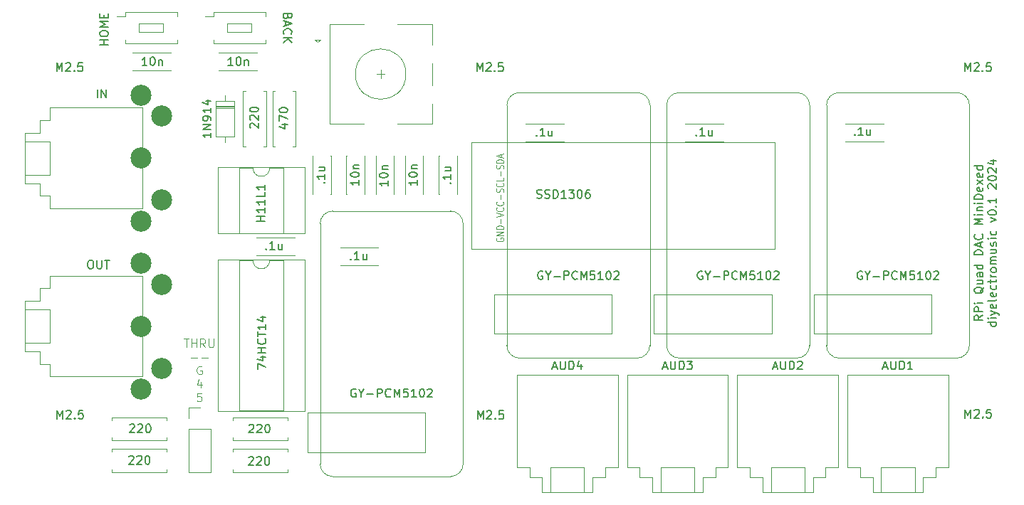
<source format=gto>
G04 #@! TF.GenerationSoftware,KiCad,Pcbnew,7.0.9*
G04 #@! TF.CreationDate,2024-05-25T15:59:30+01:00*
G04 #@! TF.ProjectId,RPi-QuadDAC-MiniDexed,5250692d-5175-4616-9444-41432d4d696e,rev?*
G04 #@! TF.SameCoordinates,Original*
G04 #@! TF.FileFunction,Legend,Top*
G04 #@! TF.FilePolarity,Positive*
%FSLAX46Y46*%
G04 Gerber Fmt 4.6, Leading zero omitted, Abs format (unit mm)*
G04 Created by KiCad (PCBNEW 7.0.9) date 2024-05-25 15:59:30*
%MOMM*%
%LPD*%
G01*
G04 APERTURE LIST*
%ADD10C,0.150000*%
%ADD11C,0.100000*%
%ADD12C,0.120000*%
%ADD13C,2.499360*%
G04 APERTURE END LIST*
D10*
X162089819Y-80695238D02*
X161613628Y-81028571D01*
X162089819Y-81266666D02*
X161089819Y-81266666D01*
X161089819Y-81266666D02*
X161089819Y-80885714D01*
X161089819Y-80885714D02*
X161137438Y-80790476D01*
X161137438Y-80790476D02*
X161185057Y-80742857D01*
X161185057Y-80742857D02*
X161280295Y-80695238D01*
X161280295Y-80695238D02*
X161423152Y-80695238D01*
X161423152Y-80695238D02*
X161518390Y-80742857D01*
X161518390Y-80742857D02*
X161566009Y-80790476D01*
X161566009Y-80790476D02*
X161613628Y-80885714D01*
X161613628Y-80885714D02*
X161613628Y-81266666D01*
X162089819Y-80266666D02*
X161089819Y-80266666D01*
X161089819Y-80266666D02*
X161089819Y-79885714D01*
X161089819Y-79885714D02*
X161137438Y-79790476D01*
X161137438Y-79790476D02*
X161185057Y-79742857D01*
X161185057Y-79742857D02*
X161280295Y-79695238D01*
X161280295Y-79695238D02*
X161423152Y-79695238D01*
X161423152Y-79695238D02*
X161518390Y-79742857D01*
X161518390Y-79742857D02*
X161566009Y-79790476D01*
X161566009Y-79790476D02*
X161613628Y-79885714D01*
X161613628Y-79885714D02*
X161613628Y-80266666D01*
X162089819Y-79266666D02*
X161423152Y-79266666D01*
X161089819Y-79266666D02*
X161137438Y-79314285D01*
X161137438Y-79314285D02*
X161185057Y-79266666D01*
X161185057Y-79266666D02*
X161137438Y-79219047D01*
X161137438Y-79219047D02*
X161089819Y-79266666D01*
X161089819Y-79266666D02*
X161185057Y-79266666D01*
X162185057Y-77361905D02*
X162137438Y-77457143D01*
X162137438Y-77457143D02*
X162042200Y-77552381D01*
X162042200Y-77552381D02*
X161899342Y-77695238D01*
X161899342Y-77695238D02*
X161851723Y-77790476D01*
X161851723Y-77790476D02*
X161851723Y-77885714D01*
X162089819Y-77838095D02*
X162042200Y-77933333D01*
X162042200Y-77933333D02*
X161946961Y-78028571D01*
X161946961Y-78028571D02*
X161756485Y-78076190D01*
X161756485Y-78076190D02*
X161423152Y-78076190D01*
X161423152Y-78076190D02*
X161232676Y-78028571D01*
X161232676Y-78028571D02*
X161137438Y-77933333D01*
X161137438Y-77933333D02*
X161089819Y-77838095D01*
X161089819Y-77838095D02*
X161089819Y-77647619D01*
X161089819Y-77647619D02*
X161137438Y-77552381D01*
X161137438Y-77552381D02*
X161232676Y-77457143D01*
X161232676Y-77457143D02*
X161423152Y-77409524D01*
X161423152Y-77409524D02*
X161756485Y-77409524D01*
X161756485Y-77409524D02*
X161946961Y-77457143D01*
X161946961Y-77457143D02*
X162042200Y-77552381D01*
X162042200Y-77552381D02*
X162089819Y-77647619D01*
X162089819Y-77647619D02*
X162089819Y-77838095D01*
X161423152Y-76552381D02*
X162089819Y-76552381D01*
X161423152Y-76980952D02*
X161946961Y-76980952D01*
X161946961Y-76980952D02*
X162042200Y-76933333D01*
X162042200Y-76933333D02*
X162089819Y-76838095D01*
X162089819Y-76838095D02*
X162089819Y-76695238D01*
X162089819Y-76695238D02*
X162042200Y-76600000D01*
X162042200Y-76600000D02*
X161994580Y-76552381D01*
X162089819Y-75647619D02*
X161566009Y-75647619D01*
X161566009Y-75647619D02*
X161470771Y-75695238D01*
X161470771Y-75695238D02*
X161423152Y-75790476D01*
X161423152Y-75790476D02*
X161423152Y-75980952D01*
X161423152Y-75980952D02*
X161470771Y-76076190D01*
X162042200Y-75647619D02*
X162089819Y-75742857D01*
X162089819Y-75742857D02*
X162089819Y-75980952D01*
X162089819Y-75980952D02*
X162042200Y-76076190D01*
X162042200Y-76076190D02*
X161946961Y-76123809D01*
X161946961Y-76123809D02*
X161851723Y-76123809D01*
X161851723Y-76123809D02*
X161756485Y-76076190D01*
X161756485Y-76076190D02*
X161708866Y-75980952D01*
X161708866Y-75980952D02*
X161708866Y-75742857D01*
X161708866Y-75742857D02*
X161661247Y-75647619D01*
X162089819Y-74742857D02*
X161089819Y-74742857D01*
X162042200Y-74742857D02*
X162089819Y-74838095D01*
X162089819Y-74838095D02*
X162089819Y-75028571D01*
X162089819Y-75028571D02*
X162042200Y-75123809D01*
X162042200Y-75123809D02*
X161994580Y-75171428D01*
X161994580Y-75171428D02*
X161899342Y-75219047D01*
X161899342Y-75219047D02*
X161613628Y-75219047D01*
X161613628Y-75219047D02*
X161518390Y-75171428D01*
X161518390Y-75171428D02*
X161470771Y-75123809D01*
X161470771Y-75123809D02*
X161423152Y-75028571D01*
X161423152Y-75028571D02*
X161423152Y-74838095D01*
X161423152Y-74838095D02*
X161470771Y-74742857D01*
X162089819Y-73504761D02*
X161089819Y-73504761D01*
X161089819Y-73504761D02*
X161089819Y-73266666D01*
X161089819Y-73266666D02*
X161137438Y-73123809D01*
X161137438Y-73123809D02*
X161232676Y-73028571D01*
X161232676Y-73028571D02*
X161327914Y-72980952D01*
X161327914Y-72980952D02*
X161518390Y-72933333D01*
X161518390Y-72933333D02*
X161661247Y-72933333D01*
X161661247Y-72933333D02*
X161851723Y-72980952D01*
X161851723Y-72980952D02*
X161946961Y-73028571D01*
X161946961Y-73028571D02*
X162042200Y-73123809D01*
X162042200Y-73123809D02*
X162089819Y-73266666D01*
X162089819Y-73266666D02*
X162089819Y-73504761D01*
X161804104Y-72552380D02*
X161804104Y-72076190D01*
X162089819Y-72647618D02*
X161089819Y-72314285D01*
X161089819Y-72314285D02*
X162089819Y-71980952D01*
X161994580Y-71076190D02*
X162042200Y-71123809D01*
X162042200Y-71123809D02*
X162089819Y-71266666D01*
X162089819Y-71266666D02*
X162089819Y-71361904D01*
X162089819Y-71361904D02*
X162042200Y-71504761D01*
X162042200Y-71504761D02*
X161946961Y-71599999D01*
X161946961Y-71599999D02*
X161851723Y-71647618D01*
X161851723Y-71647618D02*
X161661247Y-71695237D01*
X161661247Y-71695237D02*
X161518390Y-71695237D01*
X161518390Y-71695237D02*
X161327914Y-71647618D01*
X161327914Y-71647618D02*
X161232676Y-71599999D01*
X161232676Y-71599999D02*
X161137438Y-71504761D01*
X161137438Y-71504761D02*
X161089819Y-71361904D01*
X161089819Y-71361904D02*
X161089819Y-71266666D01*
X161089819Y-71266666D02*
X161137438Y-71123809D01*
X161137438Y-71123809D02*
X161185057Y-71076190D01*
X162089819Y-69885713D02*
X161089819Y-69885713D01*
X161089819Y-69885713D02*
X161804104Y-69552380D01*
X161804104Y-69552380D02*
X161089819Y-69219047D01*
X161089819Y-69219047D02*
X162089819Y-69219047D01*
X162089819Y-68742856D02*
X161423152Y-68742856D01*
X161089819Y-68742856D02*
X161137438Y-68790475D01*
X161137438Y-68790475D02*
X161185057Y-68742856D01*
X161185057Y-68742856D02*
X161137438Y-68695237D01*
X161137438Y-68695237D02*
X161089819Y-68742856D01*
X161089819Y-68742856D02*
X161185057Y-68742856D01*
X161423152Y-68266666D02*
X162089819Y-68266666D01*
X161518390Y-68266666D02*
X161470771Y-68219047D01*
X161470771Y-68219047D02*
X161423152Y-68123809D01*
X161423152Y-68123809D02*
X161423152Y-67980952D01*
X161423152Y-67980952D02*
X161470771Y-67885714D01*
X161470771Y-67885714D02*
X161566009Y-67838095D01*
X161566009Y-67838095D02*
X162089819Y-67838095D01*
X162089819Y-67361904D02*
X161423152Y-67361904D01*
X161089819Y-67361904D02*
X161137438Y-67409523D01*
X161137438Y-67409523D02*
X161185057Y-67361904D01*
X161185057Y-67361904D02*
X161137438Y-67314285D01*
X161137438Y-67314285D02*
X161089819Y-67361904D01*
X161089819Y-67361904D02*
X161185057Y-67361904D01*
X162089819Y-66885714D02*
X161089819Y-66885714D01*
X161089819Y-66885714D02*
X161089819Y-66647619D01*
X161089819Y-66647619D02*
X161137438Y-66504762D01*
X161137438Y-66504762D02*
X161232676Y-66409524D01*
X161232676Y-66409524D02*
X161327914Y-66361905D01*
X161327914Y-66361905D02*
X161518390Y-66314286D01*
X161518390Y-66314286D02*
X161661247Y-66314286D01*
X161661247Y-66314286D02*
X161851723Y-66361905D01*
X161851723Y-66361905D02*
X161946961Y-66409524D01*
X161946961Y-66409524D02*
X162042200Y-66504762D01*
X162042200Y-66504762D02*
X162089819Y-66647619D01*
X162089819Y-66647619D02*
X162089819Y-66885714D01*
X162042200Y-65504762D02*
X162089819Y-65600000D01*
X162089819Y-65600000D02*
X162089819Y-65790476D01*
X162089819Y-65790476D02*
X162042200Y-65885714D01*
X162042200Y-65885714D02*
X161946961Y-65933333D01*
X161946961Y-65933333D02*
X161566009Y-65933333D01*
X161566009Y-65933333D02*
X161470771Y-65885714D01*
X161470771Y-65885714D02*
X161423152Y-65790476D01*
X161423152Y-65790476D02*
X161423152Y-65600000D01*
X161423152Y-65600000D02*
X161470771Y-65504762D01*
X161470771Y-65504762D02*
X161566009Y-65457143D01*
X161566009Y-65457143D02*
X161661247Y-65457143D01*
X161661247Y-65457143D02*
X161756485Y-65933333D01*
X162089819Y-65123809D02*
X161423152Y-64600000D01*
X161423152Y-65123809D02*
X162089819Y-64600000D01*
X162042200Y-63838095D02*
X162089819Y-63933333D01*
X162089819Y-63933333D02*
X162089819Y-64123809D01*
X162089819Y-64123809D02*
X162042200Y-64219047D01*
X162042200Y-64219047D02*
X161946961Y-64266666D01*
X161946961Y-64266666D02*
X161566009Y-64266666D01*
X161566009Y-64266666D02*
X161470771Y-64219047D01*
X161470771Y-64219047D02*
X161423152Y-64123809D01*
X161423152Y-64123809D02*
X161423152Y-63933333D01*
X161423152Y-63933333D02*
X161470771Y-63838095D01*
X161470771Y-63838095D02*
X161566009Y-63790476D01*
X161566009Y-63790476D02*
X161661247Y-63790476D01*
X161661247Y-63790476D02*
X161756485Y-64266666D01*
X162089819Y-62933333D02*
X161089819Y-62933333D01*
X162042200Y-62933333D02*
X162089819Y-63028571D01*
X162089819Y-63028571D02*
X162089819Y-63219047D01*
X162089819Y-63219047D02*
X162042200Y-63314285D01*
X162042200Y-63314285D02*
X161994580Y-63361904D01*
X161994580Y-63361904D02*
X161899342Y-63409523D01*
X161899342Y-63409523D02*
X161613628Y-63409523D01*
X161613628Y-63409523D02*
X161518390Y-63361904D01*
X161518390Y-63361904D02*
X161470771Y-63314285D01*
X161470771Y-63314285D02*
X161423152Y-63219047D01*
X161423152Y-63219047D02*
X161423152Y-63028571D01*
X161423152Y-63028571D02*
X161470771Y-62933333D01*
X163699819Y-81528572D02*
X162699819Y-81528572D01*
X163652200Y-81528572D02*
X163699819Y-81623810D01*
X163699819Y-81623810D02*
X163699819Y-81814286D01*
X163699819Y-81814286D02*
X163652200Y-81909524D01*
X163652200Y-81909524D02*
X163604580Y-81957143D01*
X163604580Y-81957143D02*
X163509342Y-82004762D01*
X163509342Y-82004762D02*
X163223628Y-82004762D01*
X163223628Y-82004762D02*
X163128390Y-81957143D01*
X163128390Y-81957143D02*
X163080771Y-81909524D01*
X163080771Y-81909524D02*
X163033152Y-81814286D01*
X163033152Y-81814286D02*
X163033152Y-81623810D01*
X163033152Y-81623810D02*
X163080771Y-81528572D01*
X163699819Y-81052381D02*
X163033152Y-81052381D01*
X162699819Y-81052381D02*
X162747438Y-81100000D01*
X162747438Y-81100000D02*
X162795057Y-81052381D01*
X162795057Y-81052381D02*
X162747438Y-81004762D01*
X162747438Y-81004762D02*
X162699819Y-81052381D01*
X162699819Y-81052381D02*
X162795057Y-81052381D01*
X163033152Y-80671429D02*
X163699819Y-80433334D01*
X163033152Y-80195239D02*
X163699819Y-80433334D01*
X163699819Y-80433334D02*
X163937914Y-80528572D01*
X163937914Y-80528572D02*
X163985533Y-80576191D01*
X163985533Y-80576191D02*
X164033152Y-80671429D01*
X163652200Y-79433334D02*
X163699819Y-79528572D01*
X163699819Y-79528572D02*
X163699819Y-79719048D01*
X163699819Y-79719048D02*
X163652200Y-79814286D01*
X163652200Y-79814286D02*
X163556961Y-79861905D01*
X163556961Y-79861905D02*
X163176009Y-79861905D01*
X163176009Y-79861905D02*
X163080771Y-79814286D01*
X163080771Y-79814286D02*
X163033152Y-79719048D01*
X163033152Y-79719048D02*
X163033152Y-79528572D01*
X163033152Y-79528572D02*
X163080771Y-79433334D01*
X163080771Y-79433334D02*
X163176009Y-79385715D01*
X163176009Y-79385715D02*
X163271247Y-79385715D01*
X163271247Y-79385715D02*
X163366485Y-79861905D01*
X163699819Y-78814286D02*
X163652200Y-78909524D01*
X163652200Y-78909524D02*
X163556961Y-78957143D01*
X163556961Y-78957143D02*
X162699819Y-78957143D01*
X163652200Y-78052381D02*
X163699819Y-78147619D01*
X163699819Y-78147619D02*
X163699819Y-78338095D01*
X163699819Y-78338095D02*
X163652200Y-78433333D01*
X163652200Y-78433333D02*
X163556961Y-78480952D01*
X163556961Y-78480952D02*
X163176009Y-78480952D01*
X163176009Y-78480952D02*
X163080771Y-78433333D01*
X163080771Y-78433333D02*
X163033152Y-78338095D01*
X163033152Y-78338095D02*
X163033152Y-78147619D01*
X163033152Y-78147619D02*
X163080771Y-78052381D01*
X163080771Y-78052381D02*
X163176009Y-78004762D01*
X163176009Y-78004762D02*
X163271247Y-78004762D01*
X163271247Y-78004762D02*
X163366485Y-78480952D01*
X163652200Y-77147619D02*
X163699819Y-77242857D01*
X163699819Y-77242857D02*
X163699819Y-77433333D01*
X163699819Y-77433333D02*
X163652200Y-77528571D01*
X163652200Y-77528571D02*
X163604580Y-77576190D01*
X163604580Y-77576190D02*
X163509342Y-77623809D01*
X163509342Y-77623809D02*
X163223628Y-77623809D01*
X163223628Y-77623809D02*
X163128390Y-77576190D01*
X163128390Y-77576190D02*
X163080771Y-77528571D01*
X163080771Y-77528571D02*
X163033152Y-77433333D01*
X163033152Y-77433333D02*
X163033152Y-77242857D01*
X163033152Y-77242857D02*
X163080771Y-77147619D01*
X163033152Y-76861904D02*
X163033152Y-76480952D01*
X162699819Y-76719047D02*
X163556961Y-76719047D01*
X163556961Y-76719047D02*
X163652200Y-76671428D01*
X163652200Y-76671428D02*
X163699819Y-76576190D01*
X163699819Y-76576190D02*
X163699819Y-76480952D01*
X163699819Y-76147618D02*
X163033152Y-76147618D01*
X163223628Y-76147618D02*
X163128390Y-76099999D01*
X163128390Y-76099999D02*
X163080771Y-76052380D01*
X163080771Y-76052380D02*
X163033152Y-75957142D01*
X163033152Y-75957142D02*
X163033152Y-75861904D01*
X163699819Y-75385713D02*
X163652200Y-75480951D01*
X163652200Y-75480951D02*
X163604580Y-75528570D01*
X163604580Y-75528570D02*
X163509342Y-75576189D01*
X163509342Y-75576189D02*
X163223628Y-75576189D01*
X163223628Y-75576189D02*
X163128390Y-75528570D01*
X163128390Y-75528570D02*
X163080771Y-75480951D01*
X163080771Y-75480951D02*
X163033152Y-75385713D01*
X163033152Y-75385713D02*
X163033152Y-75242856D01*
X163033152Y-75242856D02*
X163080771Y-75147618D01*
X163080771Y-75147618D02*
X163128390Y-75099999D01*
X163128390Y-75099999D02*
X163223628Y-75052380D01*
X163223628Y-75052380D02*
X163509342Y-75052380D01*
X163509342Y-75052380D02*
X163604580Y-75099999D01*
X163604580Y-75099999D02*
X163652200Y-75147618D01*
X163652200Y-75147618D02*
X163699819Y-75242856D01*
X163699819Y-75242856D02*
X163699819Y-75385713D01*
X163699819Y-74623808D02*
X163033152Y-74623808D01*
X163128390Y-74623808D02*
X163080771Y-74576189D01*
X163080771Y-74576189D02*
X163033152Y-74480951D01*
X163033152Y-74480951D02*
X163033152Y-74338094D01*
X163033152Y-74338094D02*
X163080771Y-74242856D01*
X163080771Y-74242856D02*
X163176009Y-74195237D01*
X163176009Y-74195237D02*
X163699819Y-74195237D01*
X163176009Y-74195237D02*
X163080771Y-74147618D01*
X163080771Y-74147618D02*
X163033152Y-74052380D01*
X163033152Y-74052380D02*
X163033152Y-73909523D01*
X163033152Y-73909523D02*
X163080771Y-73814284D01*
X163080771Y-73814284D02*
X163176009Y-73766665D01*
X163176009Y-73766665D02*
X163699819Y-73766665D01*
X163033152Y-72861904D02*
X163699819Y-72861904D01*
X163033152Y-73290475D02*
X163556961Y-73290475D01*
X163556961Y-73290475D02*
X163652200Y-73242856D01*
X163652200Y-73242856D02*
X163699819Y-73147618D01*
X163699819Y-73147618D02*
X163699819Y-73004761D01*
X163699819Y-73004761D02*
X163652200Y-72909523D01*
X163652200Y-72909523D02*
X163604580Y-72861904D01*
X163652200Y-72433332D02*
X163699819Y-72338094D01*
X163699819Y-72338094D02*
X163699819Y-72147618D01*
X163699819Y-72147618D02*
X163652200Y-72052380D01*
X163652200Y-72052380D02*
X163556961Y-72004761D01*
X163556961Y-72004761D02*
X163509342Y-72004761D01*
X163509342Y-72004761D02*
X163414104Y-72052380D01*
X163414104Y-72052380D02*
X163366485Y-72147618D01*
X163366485Y-72147618D02*
X163366485Y-72290475D01*
X163366485Y-72290475D02*
X163318866Y-72385713D01*
X163318866Y-72385713D02*
X163223628Y-72433332D01*
X163223628Y-72433332D02*
X163176009Y-72433332D01*
X163176009Y-72433332D02*
X163080771Y-72385713D01*
X163080771Y-72385713D02*
X163033152Y-72290475D01*
X163033152Y-72290475D02*
X163033152Y-72147618D01*
X163033152Y-72147618D02*
X163080771Y-72052380D01*
X163699819Y-71576189D02*
X163033152Y-71576189D01*
X162699819Y-71576189D02*
X162747438Y-71623808D01*
X162747438Y-71623808D02*
X162795057Y-71576189D01*
X162795057Y-71576189D02*
X162747438Y-71528570D01*
X162747438Y-71528570D02*
X162699819Y-71576189D01*
X162699819Y-71576189D02*
X162795057Y-71576189D01*
X163652200Y-70671428D02*
X163699819Y-70766666D01*
X163699819Y-70766666D02*
X163699819Y-70957142D01*
X163699819Y-70957142D02*
X163652200Y-71052380D01*
X163652200Y-71052380D02*
X163604580Y-71099999D01*
X163604580Y-71099999D02*
X163509342Y-71147618D01*
X163509342Y-71147618D02*
X163223628Y-71147618D01*
X163223628Y-71147618D02*
X163128390Y-71099999D01*
X163128390Y-71099999D02*
X163080771Y-71052380D01*
X163080771Y-71052380D02*
X163033152Y-70957142D01*
X163033152Y-70957142D02*
X163033152Y-70766666D01*
X163033152Y-70766666D02*
X163080771Y-70671428D01*
X163033152Y-69576189D02*
X163699819Y-69338094D01*
X163699819Y-69338094D02*
X163033152Y-69099999D01*
X162699819Y-68528570D02*
X162699819Y-68433332D01*
X162699819Y-68433332D02*
X162747438Y-68338094D01*
X162747438Y-68338094D02*
X162795057Y-68290475D01*
X162795057Y-68290475D02*
X162890295Y-68242856D01*
X162890295Y-68242856D02*
X163080771Y-68195237D01*
X163080771Y-68195237D02*
X163318866Y-68195237D01*
X163318866Y-68195237D02*
X163509342Y-68242856D01*
X163509342Y-68242856D02*
X163604580Y-68290475D01*
X163604580Y-68290475D02*
X163652200Y-68338094D01*
X163652200Y-68338094D02*
X163699819Y-68433332D01*
X163699819Y-68433332D02*
X163699819Y-68528570D01*
X163699819Y-68528570D02*
X163652200Y-68623808D01*
X163652200Y-68623808D02*
X163604580Y-68671427D01*
X163604580Y-68671427D02*
X163509342Y-68719046D01*
X163509342Y-68719046D02*
X163318866Y-68766665D01*
X163318866Y-68766665D02*
X163080771Y-68766665D01*
X163080771Y-68766665D02*
X162890295Y-68719046D01*
X162890295Y-68719046D02*
X162795057Y-68671427D01*
X162795057Y-68671427D02*
X162747438Y-68623808D01*
X162747438Y-68623808D02*
X162699819Y-68528570D01*
X163604580Y-67766665D02*
X163652200Y-67719046D01*
X163652200Y-67719046D02*
X163699819Y-67766665D01*
X163699819Y-67766665D02*
X163652200Y-67814284D01*
X163652200Y-67814284D02*
X163604580Y-67766665D01*
X163604580Y-67766665D02*
X163699819Y-67766665D01*
X163699819Y-66766666D02*
X163699819Y-67338094D01*
X163699819Y-67052380D02*
X162699819Y-67052380D01*
X162699819Y-67052380D02*
X162842676Y-67147618D01*
X162842676Y-67147618D02*
X162937914Y-67242856D01*
X162937914Y-67242856D02*
X162985533Y-67338094D01*
X162795057Y-65623808D02*
X162747438Y-65576189D01*
X162747438Y-65576189D02*
X162699819Y-65480951D01*
X162699819Y-65480951D02*
X162699819Y-65242856D01*
X162699819Y-65242856D02*
X162747438Y-65147618D01*
X162747438Y-65147618D02*
X162795057Y-65099999D01*
X162795057Y-65099999D02*
X162890295Y-65052380D01*
X162890295Y-65052380D02*
X162985533Y-65052380D01*
X162985533Y-65052380D02*
X163128390Y-65099999D01*
X163128390Y-65099999D02*
X163699819Y-65671427D01*
X163699819Y-65671427D02*
X163699819Y-65052380D01*
X162699819Y-64433332D02*
X162699819Y-64338094D01*
X162699819Y-64338094D02*
X162747438Y-64242856D01*
X162747438Y-64242856D02*
X162795057Y-64195237D01*
X162795057Y-64195237D02*
X162890295Y-64147618D01*
X162890295Y-64147618D02*
X163080771Y-64099999D01*
X163080771Y-64099999D02*
X163318866Y-64099999D01*
X163318866Y-64099999D02*
X163509342Y-64147618D01*
X163509342Y-64147618D02*
X163604580Y-64195237D01*
X163604580Y-64195237D02*
X163652200Y-64242856D01*
X163652200Y-64242856D02*
X163699819Y-64338094D01*
X163699819Y-64338094D02*
X163699819Y-64433332D01*
X163699819Y-64433332D02*
X163652200Y-64528570D01*
X163652200Y-64528570D02*
X163604580Y-64576189D01*
X163604580Y-64576189D02*
X163509342Y-64623808D01*
X163509342Y-64623808D02*
X163318866Y-64671427D01*
X163318866Y-64671427D02*
X163080771Y-64671427D01*
X163080771Y-64671427D02*
X162890295Y-64623808D01*
X162890295Y-64623808D02*
X162795057Y-64576189D01*
X162795057Y-64576189D02*
X162747438Y-64528570D01*
X162747438Y-64528570D02*
X162699819Y-64433332D01*
X162795057Y-63719046D02*
X162747438Y-63671427D01*
X162747438Y-63671427D02*
X162699819Y-63576189D01*
X162699819Y-63576189D02*
X162699819Y-63338094D01*
X162699819Y-63338094D02*
X162747438Y-63242856D01*
X162747438Y-63242856D02*
X162795057Y-63195237D01*
X162795057Y-63195237D02*
X162890295Y-63147618D01*
X162890295Y-63147618D02*
X162985533Y-63147618D01*
X162985533Y-63147618D02*
X163128390Y-63195237D01*
X163128390Y-63195237D02*
X163699819Y-63766665D01*
X163699819Y-63766665D02*
X163699819Y-63147618D01*
X163033152Y-62290475D02*
X163699819Y-62290475D01*
X162652200Y-62528570D02*
X163366485Y-62766665D01*
X163366485Y-62766665D02*
X163366485Y-62147618D01*
D11*
X104267514Y-71523333D02*
X104224657Y-71590000D01*
X104224657Y-71590000D02*
X104224657Y-71690000D01*
X104224657Y-71690000D02*
X104267514Y-71790000D01*
X104267514Y-71790000D02*
X104353228Y-71856667D01*
X104353228Y-71856667D02*
X104438942Y-71890000D01*
X104438942Y-71890000D02*
X104610371Y-71923333D01*
X104610371Y-71923333D02*
X104738942Y-71923333D01*
X104738942Y-71923333D02*
X104910371Y-71890000D01*
X104910371Y-71890000D02*
X104996085Y-71856667D01*
X104996085Y-71856667D02*
X105081800Y-71790000D01*
X105081800Y-71790000D02*
X105124657Y-71690000D01*
X105124657Y-71690000D02*
X105124657Y-71623333D01*
X105124657Y-71623333D02*
X105081800Y-71523333D01*
X105081800Y-71523333D02*
X105038942Y-71490000D01*
X105038942Y-71490000D02*
X104738942Y-71490000D01*
X104738942Y-71490000D02*
X104738942Y-71623333D01*
X105124657Y-71190000D02*
X104224657Y-71190000D01*
X104224657Y-71190000D02*
X105124657Y-70790000D01*
X105124657Y-70790000D02*
X104224657Y-70790000D01*
X105124657Y-70456667D02*
X104224657Y-70456667D01*
X104224657Y-70456667D02*
X104224657Y-70290000D01*
X104224657Y-70290000D02*
X104267514Y-70190000D01*
X104267514Y-70190000D02*
X104353228Y-70123334D01*
X104353228Y-70123334D02*
X104438942Y-70090000D01*
X104438942Y-70090000D02*
X104610371Y-70056667D01*
X104610371Y-70056667D02*
X104738942Y-70056667D01*
X104738942Y-70056667D02*
X104910371Y-70090000D01*
X104910371Y-70090000D02*
X104996085Y-70123334D01*
X104996085Y-70123334D02*
X105081800Y-70190000D01*
X105081800Y-70190000D02*
X105124657Y-70290000D01*
X105124657Y-70290000D02*
X105124657Y-70456667D01*
X104781800Y-69756667D02*
X104781800Y-69223334D01*
X104224657Y-68990000D02*
X105124657Y-68756667D01*
X105124657Y-68756667D02*
X104224657Y-68523333D01*
X105038942Y-67890000D02*
X105081800Y-67923333D01*
X105081800Y-67923333D02*
X105124657Y-68023333D01*
X105124657Y-68023333D02*
X105124657Y-68090000D01*
X105124657Y-68090000D02*
X105081800Y-68190000D01*
X105081800Y-68190000D02*
X104996085Y-68256667D01*
X104996085Y-68256667D02*
X104910371Y-68290000D01*
X104910371Y-68290000D02*
X104738942Y-68323333D01*
X104738942Y-68323333D02*
X104610371Y-68323333D01*
X104610371Y-68323333D02*
X104438942Y-68290000D01*
X104438942Y-68290000D02*
X104353228Y-68256667D01*
X104353228Y-68256667D02*
X104267514Y-68190000D01*
X104267514Y-68190000D02*
X104224657Y-68090000D01*
X104224657Y-68090000D02*
X104224657Y-68023333D01*
X104224657Y-68023333D02*
X104267514Y-67923333D01*
X104267514Y-67923333D02*
X104310371Y-67890000D01*
X105038942Y-67190000D02*
X105081800Y-67223333D01*
X105081800Y-67223333D02*
X105124657Y-67323333D01*
X105124657Y-67323333D02*
X105124657Y-67390000D01*
X105124657Y-67390000D02*
X105081800Y-67490000D01*
X105081800Y-67490000D02*
X104996085Y-67556667D01*
X104996085Y-67556667D02*
X104910371Y-67590000D01*
X104910371Y-67590000D02*
X104738942Y-67623333D01*
X104738942Y-67623333D02*
X104610371Y-67623333D01*
X104610371Y-67623333D02*
X104438942Y-67590000D01*
X104438942Y-67590000D02*
X104353228Y-67556667D01*
X104353228Y-67556667D02*
X104267514Y-67490000D01*
X104267514Y-67490000D02*
X104224657Y-67390000D01*
X104224657Y-67390000D02*
X104224657Y-67323333D01*
X104224657Y-67323333D02*
X104267514Y-67223333D01*
X104267514Y-67223333D02*
X104310371Y-67190000D01*
X104781800Y-66890000D02*
X104781800Y-66356667D01*
X105081800Y-66056666D02*
X105124657Y-65956666D01*
X105124657Y-65956666D02*
X105124657Y-65790000D01*
X105124657Y-65790000D02*
X105081800Y-65723333D01*
X105081800Y-65723333D02*
X105038942Y-65690000D01*
X105038942Y-65690000D02*
X104953228Y-65656666D01*
X104953228Y-65656666D02*
X104867514Y-65656666D01*
X104867514Y-65656666D02*
X104781800Y-65690000D01*
X104781800Y-65690000D02*
X104738942Y-65723333D01*
X104738942Y-65723333D02*
X104696085Y-65790000D01*
X104696085Y-65790000D02*
X104653228Y-65923333D01*
X104653228Y-65923333D02*
X104610371Y-65990000D01*
X104610371Y-65990000D02*
X104567514Y-66023333D01*
X104567514Y-66023333D02*
X104481800Y-66056666D01*
X104481800Y-66056666D02*
X104396085Y-66056666D01*
X104396085Y-66056666D02*
X104310371Y-66023333D01*
X104310371Y-66023333D02*
X104267514Y-65990000D01*
X104267514Y-65990000D02*
X104224657Y-65923333D01*
X104224657Y-65923333D02*
X104224657Y-65756666D01*
X104224657Y-65756666D02*
X104267514Y-65656666D01*
X105038942Y-64956666D02*
X105081800Y-64989999D01*
X105081800Y-64989999D02*
X105124657Y-65089999D01*
X105124657Y-65089999D02*
X105124657Y-65156666D01*
X105124657Y-65156666D02*
X105081800Y-65256666D01*
X105081800Y-65256666D02*
X104996085Y-65323333D01*
X104996085Y-65323333D02*
X104910371Y-65356666D01*
X104910371Y-65356666D02*
X104738942Y-65389999D01*
X104738942Y-65389999D02*
X104610371Y-65389999D01*
X104610371Y-65389999D02*
X104438942Y-65356666D01*
X104438942Y-65356666D02*
X104353228Y-65323333D01*
X104353228Y-65323333D02*
X104267514Y-65256666D01*
X104267514Y-65256666D02*
X104224657Y-65156666D01*
X104224657Y-65156666D02*
X104224657Y-65089999D01*
X104224657Y-65089999D02*
X104267514Y-64989999D01*
X104267514Y-64989999D02*
X104310371Y-64956666D01*
X105124657Y-64323333D02*
X105124657Y-64656666D01*
X105124657Y-64656666D02*
X104224657Y-64656666D01*
X104781800Y-64089999D02*
X104781800Y-63556666D01*
X105081800Y-63256665D02*
X105124657Y-63156665D01*
X105124657Y-63156665D02*
X105124657Y-62989999D01*
X105124657Y-62989999D02*
X105081800Y-62923332D01*
X105081800Y-62923332D02*
X105038942Y-62889999D01*
X105038942Y-62889999D02*
X104953228Y-62856665D01*
X104953228Y-62856665D02*
X104867514Y-62856665D01*
X104867514Y-62856665D02*
X104781800Y-62889999D01*
X104781800Y-62889999D02*
X104738942Y-62923332D01*
X104738942Y-62923332D02*
X104696085Y-62989999D01*
X104696085Y-62989999D02*
X104653228Y-63123332D01*
X104653228Y-63123332D02*
X104610371Y-63189999D01*
X104610371Y-63189999D02*
X104567514Y-63223332D01*
X104567514Y-63223332D02*
X104481800Y-63256665D01*
X104481800Y-63256665D02*
X104396085Y-63256665D01*
X104396085Y-63256665D02*
X104310371Y-63223332D01*
X104310371Y-63223332D02*
X104267514Y-63189999D01*
X104267514Y-63189999D02*
X104224657Y-63123332D01*
X104224657Y-63123332D02*
X104224657Y-62956665D01*
X104224657Y-62956665D02*
X104267514Y-62856665D01*
X105124657Y-62556665D02*
X104224657Y-62556665D01*
X104224657Y-62556665D02*
X104224657Y-62389998D01*
X104224657Y-62389998D02*
X104267514Y-62289998D01*
X104267514Y-62289998D02*
X104353228Y-62223332D01*
X104353228Y-62223332D02*
X104438942Y-62189998D01*
X104438942Y-62189998D02*
X104610371Y-62156665D01*
X104610371Y-62156665D02*
X104738942Y-62156665D01*
X104738942Y-62156665D02*
X104910371Y-62189998D01*
X104910371Y-62189998D02*
X104996085Y-62223332D01*
X104996085Y-62223332D02*
X105081800Y-62289998D01*
X105081800Y-62289998D02*
X105124657Y-62389998D01*
X105124657Y-62389998D02*
X105124657Y-62556665D01*
X104867514Y-61889998D02*
X104867514Y-61556665D01*
X105124657Y-61956665D02*
X104224657Y-61723332D01*
X104224657Y-61723332D02*
X105124657Y-61489998D01*
X67116667Y-83522419D02*
X67688095Y-83522419D01*
X67402381Y-84522419D02*
X67402381Y-83522419D01*
X68021429Y-84522419D02*
X68021429Y-83522419D01*
X68021429Y-83998609D02*
X68592857Y-83998609D01*
X68592857Y-84522419D02*
X68592857Y-83522419D01*
X69640476Y-84522419D02*
X69307143Y-84046228D01*
X69069048Y-84522419D02*
X69069048Y-83522419D01*
X69069048Y-83522419D02*
X69450000Y-83522419D01*
X69450000Y-83522419D02*
X69545238Y-83570038D01*
X69545238Y-83570038D02*
X69592857Y-83617657D01*
X69592857Y-83617657D02*
X69640476Y-83712895D01*
X69640476Y-83712895D02*
X69640476Y-83855752D01*
X69640476Y-83855752D02*
X69592857Y-83950990D01*
X69592857Y-83950990D02*
X69545238Y-83998609D01*
X69545238Y-83998609D02*
X69450000Y-84046228D01*
X69450000Y-84046228D02*
X69069048Y-84046228D01*
X70069048Y-83522419D02*
X70069048Y-84331942D01*
X70069048Y-84331942D02*
X70116667Y-84427180D01*
X70116667Y-84427180D02*
X70164286Y-84474800D01*
X70164286Y-84474800D02*
X70259524Y-84522419D01*
X70259524Y-84522419D02*
X70450000Y-84522419D01*
X70450000Y-84522419D02*
X70545238Y-84474800D01*
X70545238Y-84474800D02*
X70592857Y-84427180D01*
X70592857Y-84427180D02*
X70640476Y-84331942D01*
X70640476Y-84331942D02*
X70640476Y-83522419D01*
X67950000Y-85751466D02*
X68711905Y-85751466D01*
X69188095Y-85751466D02*
X69950000Y-85751466D01*
X69211904Y-86790038D02*
X69116666Y-86742419D01*
X69116666Y-86742419D02*
X68973809Y-86742419D01*
X68973809Y-86742419D02*
X68830952Y-86790038D01*
X68830952Y-86790038D02*
X68735714Y-86885276D01*
X68735714Y-86885276D02*
X68688095Y-86980514D01*
X68688095Y-86980514D02*
X68640476Y-87170990D01*
X68640476Y-87170990D02*
X68640476Y-87313847D01*
X68640476Y-87313847D02*
X68688095Y-87504323D01*
X68688095Y-87504323D02*
X68735714Y-87599561D01*
X68735714Y-87599561D02*
X68830952Y-87694800D01*
X68830952Y-87694800D02*
X68973809Y-87742419D01*
X68973809Y-87742419D02*
X69069047Y-87742419D01*
X69069047Y-87742419D02*
X69211904Y-87694800D01*
X69211904Y-87694800D02*
X69259523Y-87647180D01*
X69259523Y-87647180D02*
X69259523Y-87313847D01*
X69259523Y-87313847D02*
X69069047Y-87313847D01*
X69140476Y-88685752D02*
X69140476Y-89352419D01*
X68902381Y-88304800D02*
X68664286Y-89019085D01*
X68664286Y-89019085D02*
X69283333Y-89019085D01*
X69188095Y-89962419D02*
X68711905Y-89962419D01*
X68711905Y-89962419D02*
X68664286Y-90438609D01*
X68664286Y-90438609D02*
X68711905Y-90390990D01*
X68711905Y-90390990D02*
X68807143Y-90343371D01*
X68807143Y-90343371D02*
X69045238Y-90343371D01*
X69045238Y-90343371D02*
X69140476Y-90390990D01*
X69140476Y-90390990D02*
X69188095Y-90438609D01*
X69188095Y-90438609D02*
X69235714Y-90533847D01*
X69235714Y-90533847D02*
X69235714Y-90771942D01*
X69235714Y-90771942D02*
X69188095Y-90867180D01*
X69188095Y-90867180D02*
X69140476Y-90914800D01*
X69140476Y-90914800D02*
X69045238Y-90962419D01*
X69045238Y-90962419D02*
X68807143Y-90962419D01*
X68807143Y-90962419D02*
X68711905Y-90914800D01*
X68711905Y-90914800D02*
X68664286Y-90867180D01*
D10*
X110961905Y-86869104D02*
X111438095Y-86869104D01*
X110866667Y-87154819D02*
X111200000Y-86154819D01*
X111200000Y-86154819D02*
X111533333Y-87154819D01*
X111866667Y-86154819D02*
X111866667Y-86964342D01*
X111866667Y-86964342D02*
X111914286Y-87059580D01*
X111914286Y-87059580D02*
X111961905Y-87107200D01*
X111961905Y-87107200D02*
X112057143Y-87154819D01*
X112057143Y-87154819D02*
X112247619Y-87154819D01*
X112247619Y-87154819D02*
X112342857Y-87107200D01*
X112342857Y-87107200D02*
X112390476Y-87059580D01*
X112390476Y-87059580D02*
X112438095Y-86964342D01*
X112438095Y-86964342D02*
X112438095Y-86154819D01*
X112914286Y-87154819D02*
X112914286Y-86154819D01*
X112914286Y-86154819D02*
X113152381Y-86154819D01*
X113152381Y-86154819D02*
X113295238Y-86202438D01*
X113295238Y-86202438D02*
X113390476Y-86297676D01*
X113390476Y-86297676D02*
X113438095Y-86392914D01*
X113438095Y-86392914D02*
X113485714Y-86583390D01*
X113485714Y-86583390D02*
X113485714Y-86726247D01*
X113485714Y-86726247D02*
X113438095Y-86916723D01*
X113438095Y-86916723D02*
X113390476Y-87011961D01*
X113390476Y-87011961D02*
X113295238Y-87107200D01*
X113295238Y-87107200D02*
X113152381Y-87154819D01*
X113152381Y-87154819D02*
X112914286Y-87154819D01*
X114342857Y-86488152D02*
X114342857Y-87154819D01*
X114104762Y-86107200D02*
X113866667Y-86821485D01*
X113866667Y-86821485D02*
X114485714Y-86821485D01*
X137161905Y-86869104D02*
X137638095Y-86869104D01*
X137066667Y-87154819D02*
X137400000Y-86154819D01*
X137400000Y-86154819D02*
X137733333Y-87154819D01*
X138066667Y-86154819D02*
X138066667Y-86964342D01*
X138066667Y-86964342D02*
X138114286Y-87059580D01*
X138114286Y-87059580D02*
X138161905Y-87107200D01*
X138161905Y-87107200D02*
X138257143Y-87154819D01*
X138257143Y-87154819D02*
X138447619Y-87154819D01*
X138447619Y-87154819D02*
X138542857Y-87107200D01*
X138542857Y-87107200D02*
X138590476Y-87059580D01*
X138590476Y-87059580D02*
X138638095Y-86964342D01*
X138638095Y-86964342D02*
X138638095Y-86154819D01*
X139114286Y-87154819D02*
X139114286Y-86154819D01*
X139114286Y-86154819D02*
X139352381Y-86154819D01*
X139352381Y-86154819D02*
X139495238Y-86202438D01*
X139495238Y-86202438D02*
X139590476Y-86297676D01*
X139590476Y-86297676D02*
X139638095Y-86392914D01*
X139638095Y-86392914D02*
X139685714Y-86583390D01*
X139685714Y-86583390D02*
X139685714Y-86726247D01*
X139685714Y-86726247D02*
X139638095Y-86916723D01*
X139638095Y-86916723D02*
X139590476Y-87011961D01*
X139590476Y-87011961D02*
X139495238Y-87107200D01*
X139495238Y-87107200D02*
X139352381Y-87154819D01*
X139352381Y-87154819D02*
X139114286Y-87154819D01*
X140066667Y-86250057D02*
X140114286Y-86202438D01*
X140114286Y-86202438D02*
X140209524Y-86154819D01*
X140209524Y-86154819D02*
X140447619Y-86154819D01*
X140447619Y-86154819D02*
X140542857Y-86202438D01*
X140542857Y-86202438D02*
X140590476Y-86250057D01*
X140590476Y-86250057D02*
X140638095Y-86345295D01*
X140638095Y-86345295D02*
X140638095Y-86440533D01*
X140638095Y-86440533D02*
X140590476Y-86583390D01*
X140590476Y-86583390D02*
X140019048Y-87154819D01*
X140019048Y-87154819D02*
X140638095Y-87154819D01*
X150261905Y-86869104D02*
X150738095Y-86869104D01*
X150166667Y-87154819D02*
X150500000Y-86154819D01*
X150500000Y-86154819D02*
X150833333Y-87154819D01*
X151166667Y-86154819D02*
X151166667Y-86964342D01*
X151166667Y-86964342D02*
X151214286Y-87059580D01*
X151214286Y-87059580D02*
X151261905Y-87107200D01*
X151261905Y-87107200D02*
X151357143Y-87154819D01*
X151357143Y-87154819D02*
X151547619Y-87154819D01*
X151547619Y-87154819D02*
X151642857Y-87107200D01*
X151642857Y-87107200D02*
X151690476Y-87059580D01*
X151690476Y-87059580D02*
X151738095Y-86964342D01*
X151738095Y-86964342D02*
X151738095Y-86154819D01*
X152214286Y-87154819D02*
X152214286Y-86154819D01*
X152214286Y-86154819D02*
X152452381Y-86154819D01*
X152452381Y-86154819D02*
X152595238Y-86202438D01*
X152595238Y-86202438D02*
X152690476Y-86297676D01*
X152690476Y-86297676D02*
X152738095Y-86392914D01*
X152738095Y-86392914D02*
X152785714Y-86583390D01*
X152785714Y-86583390D02*
X152785714Y-86726247D01*
X152785714Y-86726247D02*
X152738095Y-86916723D01*
X152738095Y-86916723D02*
X152690476Y-87011961D01*
X152690476Y-87011961D02*
X152595238Y-87107200D01*
X152595238Y-87107200D02*
X152452381Y-87154819D01*
X152452381Y-87154819D02*
X152214286Y-87154819D01*
X153738095Y-87154819D02*
X153166667Y-87154819D01*
X153452381Y-87154819D02*
X153452381Y-86154819D01*
X153452381Y-86154819D02*
X153357143Y-86297676D01*
X153357143Y-86297676D02*
X153261905Y-86392914D01*
X153261905Y-86392914D02*
X153166667Y-86440533D01*
X55920000Y-74154819D02*
X56110476Y-74154819D01*
X56110476Y-74154819D02*
X56205714Y-74202438D01*
X56205714Y-74202438D02*
X56300952Y-74297676D01*
X56300952Y-74297676D02*
X56348571Y-74488152D01*
X56348571Y-74488152D02*
X56348571Y-74821485D01*
X56348571Y-74821485D02*
X56300952Y-75011961D01*
X56300952Y-75011961D02*
X56205714Y-75107200D01*
X56205714Y-75107200D02*
X56110476Y-75154819D01*
X56110476Y-75154819D02*
X55920000Y-75154819D01*
X55920000Y-75154819D02*
X55824762Y-75107200D01*
X55824762Y-75107200D02*
X55729524Y-75011961D01*
X55729524Y-75011961D02*
X55681905Y-74821485D01*
X55681905Y-74821485D02*
X55681905Y-74488152D01*
X55681905Y-74488152D02*
X55729524Y-74297676D01*
X55729524Y-74297676D02*
X55824762Y-74202438D01*
X55824762Y-74202438D02*
X55920000Y-74154819D01*
X56777143Y-74154819D02*
X56777143Y-74964342D01*
X56777143Y-74964342D02*
X56824762Y-75059580D01*
X56824762Y-75059580D02*
X56872381Y-75107200D01*
X56872381Y-75107200D02*
X56967619Y-75154819D01*
X56967619Y-75154819D02*
X57158095Y-75154819D01*
X57158095Y-75154819D02*
X57253333Y-75107200D01*
X57253333Y-75107200D02*
X57300952Y-75059580D01*
X57300952Y-75059580D02*
X57348571Y-74964342D01*
X57348571Y-74964342D02*
X57348571Y-74154819D01*
X57681905Y-74154819D02*
X58253333Y-74154819D01*
X57967619Y-75154819D02*
X57967619Y-74154819D01*
X56816191Y-54804819D02*
X56816191Y-53804819D01*
X57292381Y-54804819D02*
X57292381Y-53804819D01*
X57292381Y-53804819D02*
X57863809Y-54804819D01*
X57863809Y-54804819D02*
X57863809Y-53804819D01*
X124061905Y-86869104D02*
X124538095Y-86869104D01*
X123966667Y-87154819D02*
X124300000Y-86154819D01*
X124300000Y-86154819D02*
X124633333Y-87154819D01*
X124966667Y-86154819D02*
X124966667Y-86964342D01*
X124966667Y-86964342D02*
X125014286Y-87059580D01*
X125014286Y-87059580D02*
X125061905Y-87107200D01*
X125061905Y-87107200D02*
X125157143Y-87154819D01*
X125157143Y-87154819D02*
X125347619Y-87154819D01*
X125347619Y-87154819D02*
X125442857Y-87107200D01*
X125442857Y-87107200D02*
X125490476Y-87059580D01*
X125490476Y-87059580D02*
X125538095Y-86964342D01*
X125538095Y-86964342D02*
X125538095Y-86154819D01*
X126014286Y-87154819D02*
X126014286Y-86154819D01*
X126014286Y-86154819D02*
X126252381Y-86154819D01*
X126252381Y-86154819D02*
X126395238Y-86202438D01*
X126395238Y-86202438D02*
X126490476Y-86297676D01*
X126490476Y-86297676D02*
X126538095Y-86392914D01*
X126538095Y-86392914D02*
X126585714Y-86583390D01*
X126585714Y-86583390D02*
X126585714Y-86726247D01*
X126585714Y-86726247D02*
X126538095Y-86916723D01*
X126538095Y-86916723D02*
X126490476Y-87011961D01*
X126490476Y-87011961D02*
X126395238Y-87107200D01*
X126395238Y-87107200D02*
X126252381Y-87154819D01*
X126252381Y-87154819D02*
X126014286Y-87154819D01*
X126919048Y-86154819D02*
X127538095Y-86154819D01*
X127538095Y-86154819D02*
X127204762Y-86535771D01*
X127204762Y-86535771D02*
X127347619Y-86535771D01*
X127347619Y-86535771D02*
X127442857Y-86583390D01*
X127442857Y-86583390D02*
X127490476Y-86631009D01*
X127490476Y-86631009D02*
X127538095Y-86726247D01*
X127538095Y-86726247D02*
X127538095Y-86964342D01*
X127538095Y-86964342D02*
X127490476Y-87059580D01*
X127490476Y-87059580D02*
X127442857Y-87107200D01*
X127442857Y-87107200D02*
X127347619Y-87154819D01*
X127347619Y-87154819D02*
X127061905Y-87154819D01*
X127061905Y-87154819D02*
X126966667Y-87107200D01*
X126966667Y-87107200D02*
X126919048Y-87059580D01*
X75030057Y-58398094D02*
X74982438Y-58350475D01*
X74982438Y-58350475D02*
X74934819Y-58255237D01*
X74934819Y-58255237D02*
X74934819Y-58017142D01*
X74934819Y-58017142D02*
X74982438Y-57921904D01*
X74982438Y-57921904D02*
X75030057Y-57874285D01*
X75030057Y-57874285D02*
X75125295Y-57826666D01*
X75125295Y-57826666D02*
X75220533Y-57826666D01*
X75220533Y-57826666D02*
X75363390Y-57874285D01*
X75363390Y-57874285D02*
X75934819Y-58445713D01*
X75934819Y-58445713D02*
X75934819Y-57826666D01*
X75030057Y-57445713D02*
X74982438Y-57398094D01*
X74982438Y-57398094D02*
X74934819Y-57302856D01*
X74934819Y-57302856D02*
X74934819Y-57064761D01*
X74934819Y-57064761D02*
X74982438Y-56969523D01*
X74982438Y-56969523D02*
X75030057Y-56921904D01*
X75030057Y-56921904D02*
X75125295Y-56874285D01*
X75125295Y-56874285D02*
X75220533Y-56874285D01*
X75220533Y-56874285D02*
X75363390Y-56921904D01*
X75363390Y-56921904D02*
X75934819Y-57493332D01*
X75934819Y-57493332D02*
X75934819Y-56874285D01*
X74934819Y-56255237D02*
X74934819Y-56159999D01*
X74934819Y-56159999D02*
X74982438Y-56064761D01*
X74982438Y-56064761D02*
X75030057Y-56017142D01*
X75030057Y-56017142D02*
X75125295Y-55969523D01*
X75125295Y-55969523D02*
X75315771Y-55921904D01*
X75315771Y-55921904D02*
X75553866Y-55921904D01*
X75553866Y-55921904D02*
X75744342Y-55969523D01*
X75744342Y-55969523D02*
X75839580Y-56017142D01*
X75839580Y-56017142D02*
X75887200Y-56064761D01*
X75887200Y-56064761D02*
X75934819Y-56159999D01*
X75934819Y-56159999D02*
X75934819Y-56255237D01*
X75934819Y-56255237D02*
X75887200Y-56350475D01*
X75887200Y-56350475D02*
X75839580Y-56398094D01*
X75839580Y-56398094D02*
X75744342Y-56445713D01*
X75744342Y-56445713D02*
X75553866Y-56493332D01*
X75553866Y-56493332D02*
X75315771Y-56493332D01*
X75315771Y-56493332D02*
X75125295Y-56445713D01*
X75125295Y-56445713D02*
X75030057Y-56398094D01*
X75030057Y-56398094D02*
X74982438Y-56350475D01*
X74982438Y-56350475D02*
X74934819Y-56255237D01*
X52036191Y-93024819D02*
X52036191Y-92024819D01*
X52036191Y-92024819D02*
X52369524Y-92739104D01*
X52369524Y-92739104D02*
X52702857Y-92024819D01*
X52702857Y-92024819D02*
X52702857Y-93024819D01*
X53131429Y-92120057D02*
X53179048Y-92072438D01*
X53179048Y-92072438D02*
X53274286Y-92024819D01*
X53274286Y-92024819D02*
X53512381Y-92024819D01*
X53512381Y-92024819D02*
X53607619Y-92072438D01*
X53607619Y-92072438D02*
X53655238Y-92120057D01*
X53655238Y-92120057D02*
X53702857Y-92215295D01*
X53702857Y-92215295D02*
X53702857Y-92310533D01*
X53702857Y-92310533D02*
X53655238Y-92453390D01*
X53655238Y-92453390D02*
X53083810Y-93024819D01*
X53083810Y-93024819D02*
X53702857Y-93024819D01*
X54131429Y-92929580D02*
X54179048Y-92977200D01*
X54179048Y-92977200D02*
X54131429Y-93024819D01*
X54131429Y-93024819D02*
X54083810Y-92977200D01*
X54083810Y-92977200D02*
X54131429Y-92929580D01*
X54131429Y-92929580D02*
X54131429Y-93024819D01*
X55083809Y-92024819D02*
X54607619Y-92024819D01*
X54607619Y-92024819D02*
X54560000Y-92501009D01*
X54560000Y-92501009D02*
X54607619Y-92453390D01*
X54607619Y-92453390D02*
X54702857Y-92405771D01*
X54702857Y-92405771D02*
X54940952Y-92405771D01*
X54940952Y-92405771D02*
X55036190Y-92453390D01*
X55036190Y-92453390D02*
X55083809Y-92501009D01*
X55083809Y-92501009D02*
X55131428Y-92596247D01*
X55131428Y-92596247D02*
X55131428Y-92834342D01*
X55131428Y-92834342D02*
X55083809Y-92929580D01*
X55083809Y-92929580D02*
X55036190Y-92977200D01*
X55036190Y-92977200D02*
X54940952Y-93024819D01*
X54940952Y-93024819D02*
X54702857Y-93024819D01*
X54702857Y-93024819D02*
X54607619Y-92977200D01*
X54607619Y-92977200D02*
X54560000Y-92929580D01*
X102026191Y-93064819D02*
X102026191Y-92064819D01*
X102026191Y-92064819D02*
X102359524Y-92779104D01*
X102359524Y-92779104D02*
X102692857Y-92064819D01*
X102692857Y-92064819D02*
X102692857Y-93064819D01*
X103121429Y-92160057D02*
X103169048Y-92112438D01*
X103169048Y-92112438D02*
X103264286Y-92064819D01*
X103264286Y-92064819D02*
X103502381Y-92064819D01*
X103502381Y-92064819D02*
X103597619Y-92112438D01*
X103597619Y-92112438D02*
X103645238Y-92160057D01*
X103645238Y-92160057D02*
X103692857Y-92255295D01*
X103692857Y-92255295D02*
X103692857Y-92350533D01*
X103692857Y-92350533D02*
X103645238Y-92493390D01*
X103645238Y-92493390D02*
X103073810Y-93064819D01*
X103073810Y-93064819D02*
X103692857Y-93064819D01*
X104121429Y-92969580D02*
X104169048Y-93017200D01*
X104169048Y-93017200D02*
X104121429Y-93064819D01*
X104121429Y-93064819D02*
X104073810Y-93017200D01*
X104073810Y-93017200D02*
X104121429Y-92969580D01*
X104121429Y-92969580D02*
X104121429Y-93064819D01*
X105073809Y-92064819D02*
X104597619Y-92064819D01*
X104597619Y-92064819D02*
X104550000Y-92541009D01*
X104550000Y-92541009D02*
X104597619Y-92493390D01*
X104597619Y-92493390D02*
X104692857Y-92445771D01*
X104692857Y-92445771D02*
X104930952Y-92445771D01*
X104930952Y-92445771D02*
X105026190Y-92493390D01*
X105026190Y-92493390D02*
X105073809Y-92541009D01*
X105073809Y-92541009D02*
X105121428Y-92636247D01*
X105121428Y-92636247D02*
X105121428Y-92874342D01*
X105121428Y-92874342D02*
X105073809Y-92969580D01*
X105073809Y-92969580D02*
X105026190Y-93017200D01*
X105026190Y-93017200D02*
X104930952Y-93064819D01*
X104930952Y-93064819D02*
X104692857Y-93064819D01*
X104692857Y-93064819D02*
X104597619Y-93017200D01*
X104597619Y-93017200D02*
X104550000Y-92969580D01*
X76891429Y-72789580D02*
X76939048Y-72837200D01*
X76939048Y-72837200D02*
X76891429Y-72884819D01*
X76891429Y-72884819D02*
X76843810Y-72837200D01*
X76843810Y-72837200D02*
X76891429Y-72789580D01*
X76891429Y-72789580D02*
X76891429Y-72884819D01*
X77891428Y-72884819D02*
X77320000Y-72884819D01*
X77605714Y-72884819D02*
X77605714Y-71884819D01*
X77605714Y-71884819D02*
X77510476Y-72027676D01*
X77510476Y-72027676D02*
X77415238Y-72122914D01*
X77415238Y-72122914D02*
X77320000Y-72170533D01*
X78748571Y-72218152D02*
X78748571Y-72884819D01*
X78320000Y-72218152D02*
X78320000Y-72741961D01*
X78320000Y-72741961D02*
X78367619Y-72837200D01*
X78367619Y-72837200D02*
X78462857Y-72884819D01*
X78462857Y-72884819D02*
X78605714Y-72884819D01*
X78605714Y-72884819D02*
X78700952Y-72837200D01*
X78700952Y-72837200D02*
X78748571Y-72789580D01*
X70334819Y-58976666D02*
X70334819Y-59548094D01*
X70334819Y-59262380D02*
X69334819Y-59262380D01*
X69334819Y-59262380D02*
X69477676Y-59357618D01*
X69477676Y-59357618D02*
X69572914Y-59452856D01*
X69572914Y-59452856D02*
X69620533Y-59548094D01*
X70334819Y-58548094D02*
X69334819Y-58548094D01*
X69334819Y-58548094D02*
X70334819Y-57976666D01*
X70334819Y-57976666D02*
X69334819Y-57976666D01*
X70334819Y-57452856D02*
X70334819Y-57262380D01*
X70334819Y-57262380D02*
X70287200Y-57167142D01*
X70287200Y-57167142D02*
X70239580Y-57119523D01*
X70239580Y-57119523D02*
X70096723Y-57024285D01*
X70096723Y-57024285D02*
X69906247Y-56976666D01*
X69906247Y-56976666D02*
X69525295Y-56976666D01*
X69525295Y-56976666D02*
X69430057Y-57024285D01*
X69430057Y-57024285D02*
X69382438Y-57071904D01*
X69382438Y-57071904D02*
X69334819Y-57167142D01*
X69334819Y-57167142D02*
X69334819Y-57357618D01*
X69334819Y-57357618D02*
X69382438Y-57452856D01*
X69382438Y-57452856D02*
X69430057Y-57500475D01*
X69430057Y-57500475D02*
X69525295Y-57548094D01*
X69525295Y-57548094D02*
X69763390Y-57548094D01*
X69763390Y-57548094D02*
X69858628Y-57500475D01*
X69858628Y-57500475D02*
X69906247Y-57452856D01*
X69906247Y-57452856D02*
X69953866Y-57357618D01*
X69953866Y-57357618D02*
X69953866Y-57167142D01*
X69953866Y-57167142D02*
X69906247Y-57071904D01*
X69906247Y-57071904D02*
X69858628Y-57024285D01*
X69858628Y-57024285D02*
X69763390Y-56976666D01*
X70334819Y-56024285D02*
X70334819Y-56595713D01*
X70334819Y-56309999D02*
X69334819Y-56309999D01*
X69334819Y-56309999D02*
X69477676Y-56405237D01*
X69477676Y-56405237D02*
X69572914Y-56500475D01*
X69572914Y-56500475D02*
X69620533Y-56595713D01*
X69668152Y-55167142D02*
X70334819Y-55167142D01*
X69287200Y-55405237D02*
X70001485Y-55643332D01*
X70001485Y-55643332D02*
X70001485Y-55024285D01*
X87934819Y-64622857D02*
X87934819Y-65194285D01*
X87934819Y-64908571D02*
X86934819Y-64908571D01*
X86934819Y-64908571D02*
X87077676Y-65003809D01*
X87077676Y-65003809D02*
X87172914Y-65099047D01*
X87172914Y-65099047D02*
X87220533Y-65194285D01*
X86934819Y-64003809D02*
X86934819Y-63908571D01*
X86934819Y-63908571D02*
X86982438Y-63813333D01*
X86982438Y-63813333D02*
X87030057Y-63765714D01*
X87030057Y-63765714D02*
X87125295Y-63718095D01*
X87125295Y-63718095D02*
X87315771Y-63670476D01*
X87315771Y-63670476D02*
X87553866Y-63670476D01*
X87553866Y-63670476D02*
X87744342Y-63718095D01*
X87744342Y-63718095D02*
X87839580Y-63765714D01*
X87839580Y-63765714D02*
X87887200Y-63813333D01*
X87887200Y-63813333D02*
X87934819Y-63908571D01*
X87934819Y-63908571D02*
X87934819Y-64003809D01*
X87934819Y-64003809D02*
X87887200Y-64099047D01*
X87887200Y-64099047D02*
X87839580Y-64146666D01*
X87839580Y-64146666D02*
X87744342Y-64194285D01*
X87744342Y-64194285D02*
X87553866Y-64241904D01*
X87553866Y-64241904D02*
X87315771Y-64241904D01*
X87315771Y-64241904D02*
X87125295Y-64194285D01*
X87125295Y-64194285D02*
X87030057Y-64146666D01*
X87030057Y-64146666D02*
X86982438Y-64099047D01*
X86982438Y-64099047D02*
X86934819Y-64003809D01*
X87268152Y-63241904D02*
X87934819Y-63241904D01*
X87363390Y-63241904D02*
X87315771Y-63194285D01*
X87315771Y-63194285D02*
X87268152Y-63099047D01*
X87268152Y-63099047D02*
X87268152Y-62956190D01*
X87268152Y-62956190D02*
X87315771Y-62860952D01*
X87315771Y-62860952D02*
X87411009Y-62813333D01*
X87411009Y-62813333D02*
X87934819Y-62813333D01*
X147738095Y-75502438D02*
X147642857Y-75454819D01*
X147642857Y-75454819D02*
X147500000Y-75454819D01*
X147500000Y-75454819D02*
X147357143Y-75502438D01*
X147357143Y-75502438D02*
X147261905Y-75597676D01*
X147261905Y-75597676D02*
X147214286Y-75692914D01*
X147214286Y-75692914D02*
X147166667Y-75883390D01*
X147166667Y-75883390D02*
X147166667Y-76026247D01*
X147166667Y-76026247D02*
X147214286Y-76216723D01*
X147214286Y-76216723D02*
X147261905Y-76311961D01*
X147261905Y-76311961D02*
X147357143Y-76407200D01*
X147357143Y-76407200D02*
X147500000Y-76454819D01*
X147500000Y-76454819D02*
X147595238Y-76454819D01*
X147595238Y-76454819D02*
X147738095Y-76407200D01*
X147738095Y-76407200D02*
X147785714Y-76359580D01*
X147785714Y-76359580D02*
X147785714Y-76026247D01*
X147785714Y-76026247D02*
X147595238Y-76026247D01*
X148404762Y-75978628D02*
X148404762Y-76454819D01*
X148071429Y-75454819D02*
X148404762Y-75978628D01*
X148404762Y-75978628D02*
X148738095Y-75454819D01*
X149071429Y-76073866D02*
X149833334Y-76073866D01*
X150309524Y-76454819D02*
X150309524Y-75454819D01*
X150309524Y-75454819D02*
X150690476Y-75454819D01*
X150690476Y-75454819D02*
X150785714Y-75502438D01*
X150785714Y-75502438D02*
X150833333Y-75550057D01*
X150833333Y-75550057D02*
X150880952Y-75645295D01*
X150880952Y-75645295D02*
X150880952Y-75788152D01*
X150880952Y-75788152D02*
X150833333Y-75883390D01*
X150833333Y-75883390D02*
X150785714Y-75931009D01*
X150785714Y-75931009D02*
X150690476Y-75978628D01*
X150690476Y-75978628D02*
X150309524Y-75978628D01*
X151880952Y-76359580D02*
X151833333Y-76407200D01*
X151833333Y-76407200D02*
X151690476Y-76454819D01*
X151690476Y-76454819D02*
X151595238Y-76454819D01*
X151595238Y-76454819D02*
X151452381Y-76407200D01*
X151452381Y-76407200D02*
X151357143Y-76311961D01*
X151357143Y-76311961D02*
X151309524Y-76216723D01*
X151309524Y-76216723D02*
X151261905Y-76026247D01*
X151261905Y-76026247D02*
X151261905Y-75883390D01*
X151261905Y-75883390D02*
X151309524Y-75692914D01*
X151309524Y-75692914D02*
X151357143Y-75597676D01*
X151357143Y-75597676D02*
X151452381Y-75502438D01*
X151452381Y-75502438D02*
X151595238Y-75454819D01*
X151595238Y-75454819D02*
X151690476Y-75454819D01*
X151690476Y-75454819D02*
X151833333Y-75502438D01*
X151833333Y-75502438D02*
X151880952Y-75550057D01*
X152309524Y-76454819D02*
X152309524Y-75454819D01*
X152309524Y-75454819D02*
X152642857Y-76169104D01*
X152642857Y-76169104D02*
X152976190Y-75454819D01*
X152976190Y-75454819D02*
X152976190Y-76454819D01*
X153928571Y-75454819D02*
X153452381Y-75454819D01*
X153452381Y-75454819D02*
X153404762Y-75931009D01*
X153404762Y-75931009D02*
X153452381Y-75883390D01*
X153452381Y-75883390D02*
X153547619Y-75835771D01*
X153547619Y-75835771D02*
X153785714Y-75835771D01*
X153785714Y-75835771D02*
X153880952Y-75883390D01*
X153880952Y-75883390D02*
X153928571Y-75931009D01*
X153928571Y-75931009D02*
X153976190Y-76026247D01*
X153976190Y-76026247D02*
X153976190Y-76264342D01*
X153976190Y-76264342D02*
X153928571Y-76359580D01*
X153928571Y-76359580D02*
X153880952Y-76407200D01*
X153880952Y-76407200D02*
X153785714Y-76454819D01*
X153785714Y-76454819D02*
X153547619Y-76454819D01*
X153547619Y-76454819D02*
X153452381Y-76407200D01*
X153452381Y-76407200D02*
X153404762Y-76359580D01*
X154928571Y-76454819D02*
X154357143Y-76454819D01*
X154642857Y-76454819D02*
X154642857Y-75454819D01*
X154642857Y-75454819D02*
X154547619Y-75597676D01*
X154547619Y-75597676D02*
X154452381Y-75692914D01*
X154452381Y-75692914D02*
X154357143Y-75740533D01*
X155547619Y-75454819D02*
X155642857Y-75454819D01*
X155642857Y-75454819D02*
X155738095Y-75502438D01*
X155738095Y-75502438D02*
X155785714Y-75550057D01*
X155785714Y-75550057D02*
X155833333Y-75645295D01*
X155833333Y-75645295D02*
X155880952Y-75835771D01*
X155880952Y-75835771D02*
X155880952Y-76073866D01*
X155880952Y-76073866D02*
X155833333Y-76264342D01*
X155833333Y-76264342D02*
X155785714Y-76359580D01*
X155785714Y-76359580D02*
X155738095Y-76407200D01*
X155738095Y-76407200D02*
X155642857Y-76454819D01*
X155642857Y-76454819D02*
X155547619Y-76454819D01*
X155547619Y-76454819D02*
X155452381Y-76407200D01*
X155452381Y-76407200D02*
X155404762Y-76359580D01*
X155404762Y-76359580D02*
X155357143Y-76264342D01*
X155357143Y-76264342D02*
X155309524Y-76073866D01*
X155309524Y-76073866D02*
X155309524Y-75835771D01*
X155309524Y-75835771D02*
X155357143Y-75645295D01*
X155357143Y-75645295D02*
X155404762Y-75550057D01*
X155404762Y-75550057D02*
X155452381Y-75502438D01*
X155452381Y-75502438D02*
X155547619Y-75454819D01*
X156261905Y-75550057D02*
X156309524Y-75502438D01*
X156309524Y-75502438D02*
X156404762Y-75454819D01*
X156404762Y-75454819D02*
X156642857Y-75454819D01*
X156642857Y-75454819D02*
X156738095Y-75502438D01*
X156738095Y-75502438D02*
X156785714Y-75550057D01*
X156785714Y-75550057D02*
X156833333Y-75645295D01*
X156833333Y-75645295D02*
X156833333Y-75740533D01*
X156833333Y-75740533D02*
X156785714Y-75883390D01*
X156785714Y-75883390D02*
X156214286Y-76454819D01*
X156214286Y-76454819D02*
X156833333Y-76454819D01*
X83779580Y-64908570D02*
X83827200Y-64860951D01*
X83827200Y-64860951D02*
X83874819Y-64908570D01*
X83874819Y-64908570D02*
X83827200Y-64956189D01*
X83827200Y-64956189D02*
X83779580Y-64908570D01*
X83779580Y-64908570D02*
X83874819Y-64908570D01*
X83874819Y-63908571D02*
X83874819Y-64479999D01*
X83874819Y-64194285D02*
X82874819Y-64194285D01*
X82874819Y-64194285D02*
X83017676Y-64289523D01*
X83017676Y-64289523D02*
X83112914Y-64384761D01*
X83112914Y-64384761D02*
X83160533Y-64479999D01*
X83208152Y-63051428D02*
X83874819Y-63051428D01*
X83208152Y-63479999D02*
X83731961Y-63479999D01*
X83731961Y-63479999D02*
X83827200Y-63432380D01*
X83827200Y-63432380D02*
X83874819Y-63337142D01*
X83874819Y-63337142D02*
X83874819Y-63194285D01*
X83874819Y-63194285D02*
X83827200Y-63099047D01*
X83827200Y-63099047D02*
X83779580Y-63051428D01*
X74801905Y-97640057D02*
X74849524Y-97592438D01*
X74849524Y-97592438D02*
X74944762Y-97544819D01*
X74944762Y-97544819D02*
X75182857Y-97544819D01*
X75182857Y-97544819D02*
X75278095Y-97592438D01*
X75278095Y-97592438D02*
X75325714Y-97640057D01*
X75325714Y-97640057D02*
X75373333Y-97735295D01*
X75373333Y-97735295D02*
X75373333Y-97830533D01*
X75373333Y-97830533D02*
X75325714Y-97973390D01*
X75325714Y-97973390D02*
X74754286Y-98544819D01*
X74754286Y-98544819D02*
X75373333Y-98544819D01*
X75754286Y-97640057D02*
X75801905Y-97592438D01*
X75801905Y-97592438D02*
X75897143Y-97544819D01*
X75897143Y-97544819D02*
X76135238Y-97544819D01*
X76135238Y-97544819D02*
X76230476Y-97592438D01*
X76230476Y-97592438D02*
X76278095Y-97640057D01*
X76278095Y-97640057D02*
X76325714Y-97735295D01*
X76325714Y-97735295D02*
X76325714Y-97830533D01*
X76325714Y-97830533D02*
X76278095Y-97973390D01*
X76278095Y-97973390D02*
X75706667Y-98544819D01*
X75706667Y-98544819D02*
X76325714Y-98544819D01*
X76944762Y-97544819D02*
X77040000Y-97544819D01*
X77040000Y-97544819D02*
X77135238Y-97592438D01*
X77135238Y-97592438D02*
X77182857Y-97640057D01*
X77182857Y-97640057D02*
X77230476Y-97735295D01*
X77230476Y-97735295D02*
X77278095Y-97925771D01*
X77278095Y-97925771D02*
X77278095Y-98163866D01*
X77278095Y-98163866D02*
X77230476Y-98354342D01*
X77230476Y-98354342D02*
X77182857Y-98449580D01*
X77182857Y-98449580D02*
X77135238Y-98497200D01*
X77135238Y-98497200D02*
X77040000Y-98544819D01*
X77040000Y-98544819D02*
X76944762Y-98544819D01*
X76944762Y-98544819D02*
X76849524Y-98497200D01*
X76849524Y-98497200D02*
X76801905Y-98449580D01*
X76801905Y-98449580D02*
X76754286Y-98354342D01*
X76754286Y-98354342D02*
X76706667Y-98163866D01*
X76706667Y-98163866D02*
X76706667Y-97925771D01*
X76706667Y-97925771D02*
X76754286Y-97735295D01*
X76754286Y-97735295D02*
X76801905Y-97640057D01*
X76801905Y-97640057D02*
X76849524Y-97592438D01*
X76849524Y-97592438D02*
X76944762Y-97544819D01*
X79448990Y-45122857D02*
X79401371Y-45265714D01*
X79401371Y-45265714D02*
X79353752Y-45313333D01*
X79353752Y-45313333D02*
X79258514Y-45360952D01*
X79258514Y-45360952D02*
X79115657Y-45360952D01*
X79115657Y-45360952D02*
X79020419Y-45313333D01*
X79020419Y-45313333D02*
X78972800Y-45265714D01*
X78972800Y-45265714D02*
X78925180Y-45170476D01*
X78925180Y-45170476D02*
X78925180Y-44789524D01*
X78925180Y-44789524D02*
X79925180Y-44789524D01*
X79925180Y-44789524D02*
X79925180Y-45122857D01*
X79925180Y-45122857D02*
X79877561Y-45218095D01*
X79877561Y-45218095D02*
X79829942Y-45265714D01*
X79829942Y-45265714D02*
X79734704Y-45313333D01*
X79734704Y-45313333D02*
X79639466Y-45313333D01*
X79639466Y-45313333D02*
X79544228Y-45265714D01*
X79544228Y-45265714D02*
X79496609Y-45218095D01*
X79496609Y-45218095D02*
X79448990Y-45122857D01*
X79448990Y-45122857D02*
X79448990Y-44789524D01*
X79210895Y-45741905D02*
X79210895Y-46218095D01*
X78925180Y-45646667D02*
X79925180Y-45980000D01*
X79925180Y-45980000D02*
X78925180Y-46313333D01*
X79020419Y-47218095D02*
X78972800Y-47170476D01*
X78972800Y-47170476D02*
X78925180Y-47027619D01*
X78925180Y-47027619D02*
X78925180Y-46932381D01*
X78925180Y-46932381D02*
X78972800Y-46789524D01*
X78972800Y-46789524D02*
X79068038Y-46694286D01*
X79068038Y-46694286D02*
X79163276Y-46646667D01*
X79163276Y-46646667D02*
X79353752Y-46599048D01*
X79353752Y-46599048D02*
X79496609Y-46599048D01*
X79496609Y-46599048D02*
X79687085Y-46646667D01*
X79687085Y-46646667D02*
X79782323Y-46694286D01*
X79782323Y-46694286D02*
X79877561Y-46789524D01*
X79877561Y-46789524D02*
X79925180Y-46932381D01*
X79925180Y-46932381D02*
X79925180Y-47027619D01*
X79925180Y-47027619D02*
X79877561Y-47170476D01*
X79877561Y-47170476D02*
X79829942Y-47218095D01*
X78925180Y-47646667D02*
X79925180Y-47646667D01*
X78925180Y-48218095D02*
X79496609Y-47789524D01*
X79925180Y-48218095D02*
X79353752Y-47646667D01*
X58094819Y-48513332D02*
X57094819Y-48513332D01*
X57571009Y-48513332D02*
X57571009Y-47941904D01*
X58094819Y-47941904D02*
X57094819Y-47941904D01*
X57094819Y-47275237D02*
X57094819Y-47084761D01*
X57094819Y-47084761D02*
X57142438Y-46989523D01*
X57142438Y-46989523D02*
X57237676Y-46894285D01*
X57237676Y-46894285D02*
X57428152Y-46846666D01*
X57428152Y-46846666D02*
X57761485Y-46846666D01*
X57761485Y-46846666D02*
X57951961Y-46894285D01*
X57951961Y-46894285D02*
X58047200Y-46989523D01*
X58047200Y-46989523D02*
X58094819Y-47084761D01*
X58094819Y-47084761D02*
X58094819Y-47275237D01*
X58094819Y-47275237D02*
X58047200Y-47370475D01*
X58047200Y-47370475D02*
X57951961Y-47465713D01*
X57951961Y-47465713D02*
X57761485Y-47513332D01*
X57761485Y-47513332D02*
X57428152Y-47513332D01*
X57428152Y-47513332D02*
X57237676Y-47465713D01*
X57237676Y-47465713D02*
X57142438Y-47370475D01*
X57142438Y-47370475D02*
X57094819Y-47275237D01*
X58094819Y-46418094D02*
X57094819Y-46418094D01*
X57094819Y-46418094D02*
X57809104Y-46084761D01*
X57809104Y-46084761D02*
X57094819Y-45751428D01*
X57094819Y-45751428D02*
X58094819Y-45751428D01*
X57571009Y-45275237D02*
X57571009Y-44941904D01*
X58094819Y-44799047D02*
X58094819Y-45275237D01*
X58094819Y-45275237D02*
X57094819Y-45275237D01*
X57094819Y-45275237D02*
X57094819Y-44799047D01*
X128738095Y-75502438D02*
X128642857Y-75454819D01*
X128642857Y-75454819D02*
X128500000Y-75454819D01*
X128500000Y-75454819D02*
X128357143Y-75502438D01*
X128357143Y-75502438D02*
X128261905Y-75597676D01*
X128261905Y-75597676D02*
X128214286Y-75692914D01*
X128214286Y-75692914D02*
X128166667Y-75883390D01*
X128166667Y-75883390D02*
X128166667Y-76026247D01*
X128166667Y-76026247D02*
X128214286Y-76216723D01*
X128214286Y-76216723D02*
X128261905Y-76311961D01*
X128261905Y-76311961D02*
X128357143Y-76407200D01*
X128357143Y-76407200D02*
X128500000Y-76454819D01*
X128500000Y-76454819D02*
X128595238Y-76454819D01*
X128595238Y-76454819D02*
X128738095Y-76407200D01*
X128738095Y-76407200D02*
X128785714Y-76359580D01*
X128785714Y-76359580D02*
X128785714Y-76026247D01*
X128785714Y-76026247D02*
X128595238Y-76026247D01*
X129404762Y-75978628D02*
X129404762Y-76454819D01*
X129071429Y-75454819D02*
X129404762Y-75978628D01*
X129404762Y-75978628D02*
X129738095Y-75454819D01*
X130071429Y-76073866D02*
X130833334Y-76073866D01*
X131309524Y-76454819D02*
X131309524Y-75454819D01*
X131309524Y-75454819D02*
X131690476Y-75454819D01*
X131690476Y-75454819D02*
X131785714Y-75502438D01*
X131785714Y-75502438D02*
X131833333Y-75550057D01*
X131833333Y-75550057D02*
X131880952Y-75645295D01*
X131880952Y-75645295D02*
X131880952Y-75788152D01*
X131880952Y-75788152D02*
X131833333Y-75883390D01*
X131833333Y-75883390D02*
X131785714Y-75931009D01*
X131785714Y-75931009D02*
X131690476Y-75978628D01*
X131690476Y-75978628D02*
X131309524Y-75978628D01*
X132880952Y-76359580D02*
X132833333Y-76407200D01*
X132833333Y-76407200D02*
X132690476Y-76454819D01*
X132690476Y-76454819D02*
X132595238Y-76454819D01*
X132595238Y-76454819D02*
X132452381Y-76407200D01*
X132452381Y-76407200D02*
X132357143Y-76311961D01*
X132357143Y-76311961D02*
X132309524Y-76216723D01*
X132309524Y-76216723D02*
X132261905Y-76026247D01*
X132261905Y-76026247D02*
X132261905Y-75883390D01*
X132261905Y-75883390D02*
X132309524Y-75692914D01*
X132309524Y-75692914D02*
X132357143Y-75597676D01*
X132357143Y-75597676D02*
X132452381Y-75502438D01*
X132452381Y-75502438D02*
X132595238Y-75454819D01*
X132595238Y-75454819D02*
X132690476Y-75454819D01*
X132690476Y-75454819D02*
X132833333Y-75502438D01*
X132833333Y-75502438D02*
X132880952Y-75550057D01*
X133309524Y-76454819D02*
X133309524Y-75454819D01*
X133309524Y-75454819D02*
X133642857Y-76169104D01*
X133642857Y-76169104D02*
X133976190Y-75454819D01*
X133976190Y-75454819D02*
X133976190Y-76454819D01*
X134928571Y-75454819D02*
X134452381Y-75454819D01*
X134452381Y-75454819D02*
X134404762Y-75931009D01*
X134404762Y-75931009D02*
X134452381Y-75883390D01*
X134452381Y-75883390D02*
X134547619Y-75835771D01*
X134547619Y-75835771D02*
X134785714Y-75835771D01*
X134785714Y-75835771D02*
X134880952Y-75883390D01*
X134880952Y-75883390D02*
X134928571Y-75931009D01*
X134928571Y-75931009D02*
X134976190Y-76026247D01*
X134976190Y-76026247D02*
X134976190Y-76264342D01*
X134976190Y-76264342D02*
X134928571Y-76359580D01*
X134928571Y-76359580D02*
X134880952Y-76407200D01*
X134880952Y-76407200D02*
X134785714Y-76454819D01*
X134785714Y-76454819D02*
X134547619Y-76454819D01*
X134547619Y-76454819D02*
X134452381Y-76407200D01*
X134452381Y-76407200D02*
X134404762Y-76359580D01*
X135928571Y-76454819D02*
X135357143Y-76454819D01*
X135642857Y-76454819D02*
X135642857Y-75454819D01*
X135642857Y-75454819D02*
X135547619Y-75597676D01*
X135547619Y-75597676D02*
X135452381Y-75692914D01*
X135452381Y-75692914D02*
X135357143Y-75740533D01*
X136547619Y-75454819D02*
X136642857Y-75454819D01*
X136642857Y-75454819D02*
X136738095Y-75502438D01*
X136738095Y-75502438D02*
X136785714Y-75550057D01*
X136785714Y-75550057D02*
X136833333Y-75645295D01*
X136833333Y-75645295D02*
X136880952Y-75835771D01*
X136880952Y-75835771D02*
X136880952Y-76073866D01*
X136880952Y-76073866D02*
X136833333Y-76264342D01*
X136833333Y-76264342D02*
X136785714Y-76359580D01*
X136785714Y-76359580D02*
X136738095Y-76407200D01*
X136738095Y-76407200D02*
X136642857Y-76454819D01*
X136642857Y-76454819D02*
X136547619Y-76454819D01*
X136547619Y-76454819D02*
X136452381Y-76407200D01*
X136452381Y-76407200D02*
X136404762Y-76359580D01*
X136404762Y-76359580D02*
X136357143Y-76264342D01*
X136357143Y-76264342D02*
X136309524Y-76073866D01*
X136309524Y-76073866D02*
X136309524Y-75835771D01*
X136309524Y-75835771D02*
X136357143Y-75645295D01*
X136357143Y-75645295D02*
X136404762Y-75550057D01*
X136404762Y-75550057D02*
X136452381Y-75502438D01*
X136452381Y-75502438D02*
X136547619Y-75454819D01*
X137261905Y-75550057D02*
X137309524Y-75502438D01*
X137309524Y-75502438D02*
X137404762Y-75454819D01*
X137404762Y-75454819D02*
X137642857Y-75454819D01*
X137642857Y-75454819D02*
X137738095Y-75502438D01*
X137738095Y-75502438D02*
X137785714Y-75550057D01*
X137785714Y-75550057D02*
X137833333Y-75645295D01*
X137833333Y-75645295D02*
X137833333Y-75740533D01*
X137833333Y-75740533D02*
X137785714Y-75883390D01*
X137785714Y-75883390D02*
X137214286Y-76454819D01*
X137214286Y-76454819D02*
X137833333Y-76454819D01*
X159976191Y-51654819D02*
X159976191Y-50654819D01*
X159976191Y-50654819D02*
X160309524Y-51369104D01*
X160309524Y-51369104D02*
X160642857Y-50654819D01*
X160642857Y-50654819D02*
X160642857Y-51654819D01*
X161071429Y-50750057D02*
X161119048Y-50702438D01*
X161119048Y-50702438D02*
X161214286Y-50654819D01*
X161214286Y-50654819D02*
X161452381Y-50654819D01*
X161452381Y-50654819D02*
X161547619Y-50702438D01*
X161547619Y-50702438D02*
X161595238Y-50750057D01*
X161595238Y-50750057D02*
X161642857Y-50845295D01*
X161642857Y-50845295D02*
X161642857Y-50940533D01*
X161642857Y-50940533D02*
X161595238Y-51083390D01*
X161595238Y-51083390D02*
X161023810Y-51654819D01*
X161023810Y-51654819D02*
X161642857Y-51654819D01*
X162071429Y-51559580D02*
X162119048Y-51607200D01*
X162119048Y-51607200D02*
X162071429Y-51654819D01*
X162071429Y-51654819D02*
X162023810Y-51607200D01*
X162023810Y-51607200D02*
X162071429Y-51559580D01*
X162071429Y-51559580D02*
X162071429Y-51654819D01*
X163023809Y-50654819D02*
X162547619Y-50654819D01*
X162547619Y-50654819D02*
X162500000Y-51131009D01*
X162500000Y-51131009D02*
X162547619Y-51083390D01*
X162547619Y-51083390D02*
X162642857Y-51035771D01*
X162642857Y-51035771D02*
X162880952Y-51035771D01*
X162880952Y-51035771D02*
X162976190Y-51083390D01*
X162976190Y-51083390D02*
X163023809Y-51131009D01*
X163023809Y-51131009D02*
X163071428Y-51226247D01*
X163071428Y-51226247D02*
X163071428Y-51464342D01*
X163071428Y-51464342D02*
X163023809Y-51559580D01*
X163023809Y-51559580D02*
X162976190Y-51607200D01*
X162976190Y-51607200D02*
X162880952Y-51654819D01*
X162880952Y-51654819D02*
X162642857Y-51654819D01*
X162642857Y-51654819D02*
X162547619Y-51607200D01*
X162547619Y-51607200D02*
X162500000Y-51559580D01*
X51976191Y-51654819D02*
X51976191Y-50654819D01*
X51976191Y-50654819D02*
X52309524Y-51369104D01*
X52309524Y-51369104D02*
X52642857Y-50654819D01*
X52642857Y-50654819D02*
X52642857Y-51654819D01*
X53071429Y-50750057D02*
X53119048Y-50702438D01*
X53119048Y-50702438D02*
X53214286Y-50654819D01*
X53214286Y-50654819D02*
X53452381Y-50654819D01*
X53452381Y-50654819D02*
X53547619Y-50702438D01*
X53547619Y-50702438D02*
X53595238Y-50750057D01*
X53595238Y-50750057D02*
X53642857Y-50845295D01*
X53642857Y-50845295D02*
X53642857Y-50940533D01*
X53642857Y-50940533D02*
X53595238Y-51083390D01*
X53595238Y-51083390D02*
X53023810Y-51654819D01*
X53023810Y-51654819D02*
X53642857Y-51654819D01*
X54071429Y-51559580D02*
X54119048Y-51607200D01*
X54119048Y-51607200D02*
X54071429Y-51654819D01*
X54071429Y-51654819D02*
X54023810Y-51607200D01*
X54023810Y-51607200D02*
X54071429Y-51559580D01*
X54071429Y-51559580D02*
X54071429Y-51654819D01*
X55023809Y-50654819D02*
X54547619Y-50654819D01*
X54547619Y-50654819D02*
X54500000Y-51131009D01*
X54500000Y-51131009D02*
X54547619Y-51083390D01*
X54547619Y-51083390D02*
X54642857Y-51035771D01*
X54642857Y-51035771D02*
X54880952Y-51035771D01*
X54880952Y-51035771D02*
X54976190Y-51083390D01*
X54976190Y-51083390D02*
X55023809Y-51131009D01*
X55023809Y-51131009D02*
X55071428Y-51226247D01*
X55071428Y-51226247D02*
X55071428Y-51464342D01*
X55071428Y-51464342D02*
X55023809Y-51559580D01*
X55023809Y-51559580D02*
X54976190Y-51607200D01*
X54976190Y-51607200D02*
X54880952Y-51654819D01*
X54880952Y-51654819D02*
X54642857Y-51654819D01*
X54642857Y-51654819D02*
X54547619Y-51607200D01*
X54547619Y-51607200D02*
X54500000Y-51559580D01*
X109041429Y-59289580D02*
X109089048Y-59337200D01*
X109089048Y-59337200D02*
X109041429Y-59384819D01*
X109041429Y-59384819D02*
X108993810Y-59337200D01*
X108993810Y-59337200D02*
X109041429Y-59289580D01*
X109041429Y-59289580D02*
X109041429Y-59384819D01*
X110041428Y-59384819D02*
X109470000Y-59384819D01*
X109755714Y-59384819D02*
X109755714Y-58384819D01*
X109755714Y-58384819D02*
X109660476Y-58527676D01*
X109660476Y-58527676D02*
X109565238Y-58622914D01*
X109565238Y-58622914D02*
X109470000Y-58670533D01*
X110898571Y-58718152D02*
X110898571Y-59384819D01*
X110470000Y-58718152D02*
X110470000Y-59241961D01*
X110470000Y-59241961D02*
X110517619Y-59337200D01*
X110517619Y-59337200D02*
X110612857Y-59384819D01*
X110612857Y-59384819D02*
X110755714Y-59384819D01*
X110755714Y-59384819D02*
X110850952Y-59337200D01*
X110850952Y-59337200D02*
X110898571Y-59289580D01*
X87538095Y-89502438D02*
X87442857Y-89454819D01*
X87442857Y-89454819D02*
X87300000Y-89454819D01*
X87300000Y-89454819D02*
X87157143Y-89502438D01*
X87157143Y-89502438D02*
X87061905Y-89597676D01*
X87061905Y-89597676D02*
X87014286Y-89692914D01*
X87014286Y-89692914D02*
X86966667Y-89883390D01*
X86966667Y-89883390D02*
X86966667Y-90026247D01*
X86966667Y-90026247D02*
X87014286Y-90216723D01*
X87014286Y-90216723D02*
X87061905Y-90311961D01*
X87061905Y-90311961D02*
X87157143Y-90407200D01*
X87157143Y-90407200D02*
X87300000Y-90454819D01*
X87300000Y-90454819D02*
X87395238Y-90454819D01*
X87395238Y-90454819D02*
X87538095Y-90407200D01*
X87538095Y-90407200D02*
X87585714Y-90359580D01*
X87585714Y-90359580D02*
X87585714Y-90026247D01*
X87585714Y-90026247D02*
X87395238Y-90026247D01*
X88204762Y-89978628D02*
X88204762Y-90454819D01*
X87871429Y-89454819D02*
X88204762Y-89978628D01*
X88204762Y-89978628D02*
X88538095Y-89454819D01*
X88871429Y-90073866D02*
X89633334Y-90073866D01*
X90109524Y-90454819D02*
X90109524Y-89454819D01*
X90109524Y-89454819D02*
X90490476Y-89454819D01*
X90490476Y-89454819D02*
X90585714Y-89502438D01*
X90585714Y-89502438D02*
X90633333Y-89550057D01*
X90633333Y-89550057D02*
X90680952Y-89645295D01*
X90680952Y-89645295D02*
X90680952Y-89788152D01*
X90680952Y-89788152D02*
X90633333Y-89883390D01*
X90633333Y-89883390D02*
X90585714Y-89931009D01*
X90585714Y-89931009D02*
X90490476Y-89978628D01*
X90490476Y-89978628D02*
X90109524Y-89978628D01*
X91680952Y-90359580D02*
X91633333Y-90407200D01*
X91633333Y-90407200D02*
X91490476Y-90454819D01*
X91490476Y-90454819D02*
X91395238Y-90454819D01*
X91395238Y-90454819D02*
X91252381Y-90407200D01*
X91252381Y-90407200D02*
X91157143Y-90311961D01*
X91157143Y-90311961D02*
X91109524Y-90216723D01*
X91109524Y-90216723D02*
X91061905Y-90026247D01*
X91061905Y-90026247D02*
X91061905Y-89883390D01*
X91061905Y-89883390D02*
X91109524Y-89692914D01*
X91109524Y-89692914D02*
X91157143Y-89597676D01*
X91157143Y-89597676D02*
X91252381Y-89502438D01*
X91252381Y-89502438D02*
X91395238Y-89454819D01*
X91395238Y-89454819D02*
X91490476Y-89454819D01*
X91490476Y-89454819D02*
X91633333Y-89502438D01*
X91633333Y-89502438D02*
X91680952Y-89550057D01*
X92109524Y-90454819D02*
X92109524Y-89454819D01*
X92109524Y-89454819D02*
X92442857Y-90169104D01*
X92442857Y-90169104D02*
X92776190Y-89454819D01*
X92776190Y-89454819D02*
X92776190Y-90454819D01*
X93728571Y-89454819D02*
X93252381Y-89454819D01*
X93252381Y-89454819D02*
X93204762Y-89931009D01*
X93204762Y-89931009D02*
X93252381Y-89883390D01*
X93252381Y-89883390D02*
X93347619Y-89835771D01*
X93347619Y-89835771D02*
X93585714Y-89835771D01*
X93585714Y-89835771D02*
X93680952Y-89883390D01*
X93680952Y-89883390D02*
X93728571Y-89931009D01*
X93728571Y-89931009D02*
X93776190Y-90026247D01*
X93776190Y-90026247D02*
X93776190Y-90264342D01*
X93776190Y-90264342D02*
X93728571Y-90359580D01*
X93728571Y-90359580D02*
X93680952Y-90407200D01*
X93680952Y-90407200D02*
X93585714Y-90454819D01*
X93585714Y-90454819D02*
X93347619Y-90454819D01*
X93347619Y-90454819D02*
X93252381Y-90407200D01*
X93252381Y-90407200D02*
X93204762Y-90359580D01*
X94728571Y-90454819D02*
X94157143Y-90454819D01*
X94442857Y-90454819D02*
X94442857Y-89454819D01*
X94442857Y-89454819D02*
X94347619Y-89597676D01*
X94347619Y-89597676D02*
X94252381Y-89692914D01*
X94252381Y-89692914D02*
X94157143Y-89740533D01*
X95347619Y-89454819D02*
X95442857Y-89454819D01*
X95442857Y-89454819D02*
X95538095Y-89502438D01*
X95538095Y-89502438D02*
X95585714Y-89550057D01*
X95585714Y-89550057D02*
X95633333Y-89645295D01*
X95633333Y-89645295D02*
X95680952Y-89835771D01*
X95680952Y-89835771D02*
X95680952Y-90073866D01*
X95680952Y-90073866D02*
X95633333Y-90264342D01*
X95633333Y-90264342D02*
X95585714Y-90359580D01*
X95585714Y-90359580D02*
X95538095Y-90407200D01*
X95538095Y-90407200D02*
X95442857Y-90454819D01*
X95442857Y-90454819D02*
X95347619Y-90454819D01*
X95347619Y-90454819D02*
X95252381Y-90407200D01*
X95252381Y-90407200D02*
X95204762Y-90359580D01*
X95204762Y-90359580D02*
X95157143Y-90264342D01*
X95157143Y-90264342D02*
X95109524Y-90073866D01*
X95109524Y-90073866D02*
X95109524Y-89835771D01*
X95109524Y-89835771D02*
X95157143Y-89645295D01*
X95157143Y-89645295D02*
X95204762Y-89550057D01*
X95204762Y-89550057D02*
X95252381Y-89502438D01*
X95252381Y-89502438D02*
X95347619Y-89454819D01*
X96061905Y-89550057D02*
X96109524Y-89502438D01*
X96109524Y-89502438D02*
X96204762Y-89454819D01*
X96204762Y-89454819D02*
X96442857Y-89454819D01*
X96442857Y-89454819D02*
X96538095Y-89502438D01*
X96538095Y-89502438D02*
X96585714Y-89550057D01*
X96585714Y-89550057D02*
X96633333Y-89645295D01*
X96633333Y-89645295D02*
X96633333Y-89740533D01*
X96633333Y-89740533D02*
X96585714Y-89883390D01*
X96585714Y-89883390D02*
X96014286Y-90454819D01*
X96014286Y-90454819D02*
X96633333Y-90454819D01*
X128021429Y-59229580D02*
X128069048Y-59277200D01*
X128069048Y-59277200D02*
X128021429Y-59324819D01*
X128021429Y-59324819D02*
X127973810Y-59277200D01*
X127973810Y-59277200D02*
X128021429Y-59229580D01*
X128021429Y-59229580D02*
X128021429Y-59324819D01*
X129021428Y-59324819D02*
X128450000Y-59324819D01*
X128735714Y-59324819D02*
X128735714Y-58324819D01*
X128735714Y-58324819D02*
X128640476Y-58467676D01*
X128640476Y-58467676D02*
X128545238Y-58562914D01*
X128545238Y-58562914D02*
X128450000Y-58610533D01*
X129878571Y-58658152D02*
X129878571Y-59324819D01*
X129450000Y-58658152D02*
X129450000Y-59181961D01*
X129450000Y-59181961D02*
X129497619Y-59277200D01*
X129497619Y-59277200D02*
X129592857Y-59324819D01*
X129592857Y-59324819D02*
X129735714Y-59324819D01*
X129735714Y-59324819D02*
X129830952Y-59277200D01*
X129830952Y-59277200D02*
X129878571Y-59229580D01*
X159996191Y-92924819D02*
X159996191Y-91924819D01*
X159996191Y-91924819D02*
X160329524Y-92639104D01*
X160329524Y-92639104D02*
X160662857Y-91924819D01*
X160662857Y-91924819D02*
X160662857Y-92924819D01*
X161091429Y-92020057D02*
X161139048Y-91972438D01*
X161139048Y-91972438D02*
X161234286Y-91924819D01*
X161234286Y-91924819D02*
X161472381Y-91924819D01*
X161472381Y-91924819D02*
X161567619Y-91972438D01*
X161567619Y-91972438D02*
X161615238Y-92020057D01*
X161615238Y-92020057D02*
X161662857Y-92115295D01*
X161662857Y-92115295D02*
X161662857Y-92210533D01*
X161662857Y-92210533D02*
X161615238Y-92353390D01*
X161615238Y-92353390D02*
X161043810Y-92924819D01*
X161043810Y-92924819D02*
X161662857Y-92924819D01*
X162091429Y-92829580D02*
X162139048Y-92877200D01*
X162139048Y-92877200D02*
X162091429Y-92924819D01*
X162091429Y-92924819D02*
X162043810Y-92877200D01*
X162043810Y-92877200D02*
X162091429Y-92829580D01*
X162091429Y-92829580D02*
X162091429Y-92924819D01*
X163043809Y-91924819D02*
X162567619Y-91924819D01*
X162567619Y-91924819D02*
X162520000Y-92401009D01*
X162520000Y-92401009D02*
X162567619Y-92353390D01*
X162567619Y-92353390D02*
X162662857Y-92305771D01*
X162662857Y-92305771D02*
X162900952Y-92305771D01*
X162900952Y-92305771D02*
X162996190Y-92353390D01*
X162996190Y-92353390D02*
X163043809Y-92401009D01*
X163043809Y-92401009D02*
X163091428Y-92496247D01*
X163091428Y-92496247D02*
X163091428Y-92734342D01*
X163091428Y-92734342D02*
X163043809Y-92829580D01*
X163043809Y-92829580D02*
X162996190Y-92877200D01*
X162996190Y-92877200D02*
X162900952Y-92924819D01*
X162900952Y-92924819D02*
X162662857Y-92924819D01*
X162662857Y-92924819D02*
X162567619Y-92877200D01*
X162567619Y-92877200D02*
X162520000Y-92829580D01*
X101976191Y-51654819D02*
X101976191Y-50654819D01*
X101976191Y-50654819D02*
X102309524Y-51369104D01*
X102309524Y-51369104D02*
X102642857Y-50654819D01*
X102642857Y-50654819D02*
X102642857Y-51654819D01*
X103071429Y-50750057D02*
X103119048Y-50702438D01*
X103119048Y-50702438D02*
X103214286Y-50654819D01*
X103214286Y-50654819D02*
X103452381Y-50654819D01*
X103452381Y-50654819D02*
X103547619Y-50702438D01*
X103547619Y-50702438D02*
X103595238Y-50750057D01*
X103595238Y-50750057D02*
X103642857Y-50845295D01*
X103642857Y-50845295D02*
X103642857Y-50940533D01*
X103642857Y-50940533D02*
X103595238Y-51083390D01*
X103595238Y-51083390D02*
X103023810Y-51654819D01*
X103023810Y-51654819D02*
X103642857Y-51654819D01*
X104071429Y-51559580D02*
X104119048Y-51607200D01*
X104119048Y-51607200D02*
X104071429Y-51654819D01*
X104071429Y-51654819D02*
X104023810Y-51607200D01*
X104023810Y-51607200D02*
X104071429Y-51559580D01*
X104071429Y-51559580D02*
X104071429Y-51654819D01*
X105023809Y-50654819D02*
X104547619Y-50654819D01*
X104547619Y-50654819D02*
X104500000Y-51131009D01*
X104500000Y-51131009D02*
X104547619Y-51083390D01*
X104547619Y-51083390D02*
X104642857Y-51035771D01*
X104642857Y-51035771D02*
X104880952Y-51035771D01*
X104880952Y-51035771D02*
X104976190Y-51083390D01*
X104976190Y-51083390D02*
X105023809Y-51131009D01*
X105023809Y-51131009D02*
X105071428Y-51226247D01*
X105071428Y-51226247D02*
X105071428Y-51464342D01*
X105071428Y-51464342D02*
X105023809Y-51559580D01*
X105023809Y-51559580D02*
X104976190Y-51607200D01*
X104976190Y-51607200D02*
X104880952Y-51654819D01*
X104880952Y-51654819D02*
X104642857Y-51654819D01*
X104642857Y-51654819D02*
X104547619Y-51607200D01*
X104547619Y-51607200D02*
X104500000Y-51559580D01*
X62707142Y-50964819D02*
X62135714Y-50964819D01*
X62421428Y-50964819D02*
X62421428Y-49964819D01*
X62421428Y-49964819D02*
X62326190Y-50107676D01*
X62326190Y-50107676D02*
X62230952Y-50202914D01*
X62230952Y-50202914D02*
X62135714Y-50250533D01*
X63326190Y-49964819D02*
X63421428Y-49964819D01*
X63421428Y-49964819D02*
X63516666Y-50012438D01*
X63516666Y-50012438D02*
X63564285Y-50060057D01*
X63564285Y-50060057D02*
X63611904Y-50155295D01*
X63611904Y-50155295D02*
X63659523Y-50345771D01*
X63659523Y-50345771D02*
X63659523Y-50583866D01*
X63659523Y-50583866D02*
X63611904Y-50774342D01*
X63611904Y-50774342D02*
X63564285Y-50869580D01*
X63564285Y-50869580D02*
X63516666Y-50917200D01*
X63516666Y-50917200D02*
X63421428Y-50964819D01*
X63421428Y-50964819D02*
X63326190Y-50964819D01*
X63326190Y-50964819D02*
X63230952Y-50917200D01*
X63230952Y-50917200D02*
X63183333Y-50869580D01*
X63183333Y-50869580D02*
X63135714Y-50774342D01*
X63135714Y-50774342D02*
X63088095Y-50583866D01*
X63088095Y-50583866D02*
X63088095Y-50345771D01*
X63088095Y-50345771D02*
X63135714Y-50155295D01*
X63135714Y-50155295D02*
X63183333Y-50060057D01*
X63183333Y-50060057D02*
X63230952Y-50012438D01*
X63230952Y-50012438D02*
X63326190Y-49964819D01*
X64088095Y-50298152D02*
X64088095Y-50964819D01*
X64088095Y-50393390D02*
X64135714Y-50345771D01*
X64135714Y-50345771D02*
X64230952Y-50298152D01*
X64230952Y-50298152D02*
X64373809Y-50298152D01*
X64373809Y-50298152D02*
X64469047Y-50345771D01*
X64469047Y-50345771D02*
X64516666Y-50441009D01*
X64516666Y-50441009D02*
X64516666Y-50964819D01*
X109738095Y-75502438D02*
X109642857Y-75454819D01*
X109642857Y-75454819D02*
X109500000Y-75454819D01*
X109500000Y-75454819D02*
X109357143Y-75502438D01*
X109357143Y-75502438D02*
X109261905Y-75597676D01*
X109261905Y-75597676D02*
X109214286Y-75692914D01*
X109214286Y-75692914D02*
X109166667Y-75883390D01*
X109166667Y-75883390D02*
X109166667Y-76026247D01*
X109166667Y-76026247D02*
X109214286Y-76216723D01*
X109214286Y-76216723D02*
X109261905Y-76311961D01*
X109261905Y-76311961D02*
X109357143Y-76407200D01*
X109357143Y-76407200D02*
X109500000Y-76454819D01*
X109500000Y-76454819D02*
X109595238Y-76454819D01*
X109595238Y-76454819D02*
X109738095Y-76407200D01*
X109738095Y-76407200D02*
X109785714Y-76359580D01*
X109785714Y-76359580D02*
X109785714Y-76026247D01*
X109785714Y-76026247D02*
X109595238Y-76026247D01*
X110404762Y-75978628D02*
X110404762Y-76454819D01*
X110071429Y-75454819D02*
X110404762Y-75978628D01*
X110404762Y-75978628D02*
X110738095Y-75454819D01*
X111071429Y-76073866D02*
X111833334Y-76073866D01*
X112309524Y-76454819D02*
X112309524Y-75454819D01*
X112309524Y-75454819D02*
X112690476Y-75454819D01*
X112690476Y-75454819D02*
X112785714Y-75502438D01*
X112785714Y-75502438D02*
X112833333Y-75550057D01*
X112833333Y-75550057D02*
X112880952Y-75645295D01*
X112880952Y-75645295D02*
X112880952Y-75788152D01*
X112880952Y-75788152D02*
X112833333Y-75883390D01*
X112833333Y-75883390D02*
X112785714Y-75931009D01*
X112785714Y-75931009D02*
X112690476Y-75978628D01*
X112690476Y-75978628D02*
X112309524Y-75978628D01*
X113880952Y-76359580D02*
X113833333Y-76407200D01*
X113833333Y-76407200D02*
X113690476Y-76454819D01*
X113690476Y-76454819D02*
X113595238Y-76454819D01*
X113595238Y-76454819D02*
X113452381Y-76407200D01*
X113452381Y-76407200D02*
X113357143Y-76311961D01*
X113357143Y-76311961D02*
X113309524Y-76216723D01*
X113309524Y-76216723D02*
X113261905Y-76026247D01*
X113261905Y-76026247D02*
X113261905Y-75883390D01*
X113261905Y-75883390D02*
X113309524Y-75692914D01*
X113309524Y-75692914D02*
X113357143Y-75597676D01*
X113357143Y-75597676D02*
X113452381Y-75502438D01*
X113452381Y-75502438D02*
X113595238Y-75454819D01*
X113595238Y-75454819D02*
X113690476Y-75454819D01*
X113690476Y-75454819D02*
X113833333Y-75502438D01*
X113833333Y-75502438D02*
X113880952Y-75550057D01*
X114309524Y-76454819D02*
X114309524Y-75454819D01*
X114309524Y-75454819D02*
X114642857Y-76169104D01*
X114642857Y-76169104D02*
X114976190Y-75454819D01*
X114976190Y-75454819D02*
X114976190Y-76454819D01*
X115928571Y-75454819D02*
X115452381Y-75454819D01*
X115452381Y-75454819D02*
X115404762Y-75931009D01*
X115404762Y-75931009D02*
X115452381Y-75883390D01*
X115452381Y-75883390D02*
X115547619Y-75835771D01*
X115547619Y-75835771D02*
X115785714Y-75835771D01*
X115785714Y-75835771D02*
X115880952Y-75883390D01*
X115880952Y-75883390D02*
X115928571Y-75931009D01*
X115928571Y-75931009D02*
X115976190Y-76026247D01*
X115976190Y-76026247D02*
X115976190Y-76264342D01*
X115976190Y-76264342D02*
X115928571Y-76359580D01*
X115928571Y-76359580D02*
X115880952Y-76407200D01*
X115880952Y-76407200D02*
X115785714Y-76454819D01*
X115785714Y-76454819D02*
X115547619Y-76454819D01*
X115547619Y-76454819D02*
X115452381Y-76407200D01*
X115452381Y-76407200D02*
X115404762Y-76359580D01*
X116928571Y-76454819D02*
X116357143Y-76454819D01*
X116642857Y-76454819D02*
X116642857Y-75454819D01*
X116642857Y-75454819D02*
X116547619Y-75597676D01*
X116547619Y-75597676D02*
X116452381Y-75692914D01*
X116452381Y-75692914D02*
X116357143Y-75740533D01*
X117547619Y-75454819D02*
X117642857Y-75454819D01*
X117642857Y-75454819D02*
X117738095Y-75502438D01*
X117738095Y-75502438D02*
X117785714Y-75550057D01*
X117785714Y-75550057D02*
X117833333Y-75645295D01*
X117833333Y-75645295D02*
X117880952Y-75835771D01*
X117880952Y-75835771D02*
X117880952Y-76073866D01*
X117880952Y-76073866D02*
X117833333Y-76264342D01*
X117833333Y-76264342D02*
X117785714Y-76359580D01*
X117785714Y-76359580D02*
X117738095Y-76407200D01*
X117738095Y-76407200D02*
X117642857Y-76454819D01*
X117642857Y-76454819D02*
X117547619Y-76454819D01*
X117547619Y-76454819D02*
X117452381Y-76407200D01*
X117452381Y-76407200D02*
X117404762Y-76359580D01*
X117404762Y-76359580D02*
X117357143Y-76264342D01*
X117357143Y-76264342D02*
X117309524Y-76073866D01*
X117309524Y-76073866D02*
X117309524Y-75835771D01*
X117309524Y-75835771D02*
X117357143Y-75645295D01*
X117357143Y-75645295D02*
X117404762Y-75550057D01*
X117404762Y-75550057D02*
X117452381Y-75502438D01*
X117452381Y-75502438D02*
X117547619Y-75454819D01*
X118261905Y-75550057D02*
X118309524Y-75502438D01*
X118309524Y-75502438D02*
X118404762Y-75454819D01*
X118404762Y-75454819D02*
X118642857Y-75454819D01*
X118642857Y-75454819D02*
X118738095Y-75502438D01*
X118738095Y-75502438D02*
X118785714Y-75550057D01*
X118785714Y-75550057D02*
X118833333Y-75645295D01*
X118833333Y-75645295D02*
X118833333Y-75740533D01*
X118833333Y-75740533D02*
X118785714Y-75883390D01*
X118785714Y-75883390D02*
X118214286Y-76454819D01*
X118214286Y-76454819D02*
X118833333Y-76454819D01*
X60671905Y-93760057D02*
X60719524Y-93712438D01*
X60719524Y-93712438D02*
X60814762Y-93664819D01*
X60814762Y-93664819D02*
X61052857Y-93664819D01*
X61052857Y-93664819D02*
X61148095Y-93712438D01*
X61148095Y-93712438D02*
X61195714Y-93760057D01*
X61195714Y-93760057D02*
X61243333Y-93855295D01*
X61243333Y-93855295D02*
X61243333Y-93950533D01*
X61243333Y-93950533D02*
X61195714Y-94093390D01*
X61195714Y-94093390D02*
X60624286Y-94664819D01*
X60624286Y-94664819D02*
X61243333Y-94664819D01*
X61624286Y-93760057D02*
X61671905Y-93712438D01*
X61671905Y-93712438D02*
X61767143Y-93664819D01*
X61767143Y-93664819D02*
X62005238Y-93664819D01*
X62005238Y-93664819D02*
X62100476Y-93712438D01*
X62100476Y-93712438D02*
X62148095Y-93760057D01*
X62148095Y-93760057D02*
X62195714Y-93855295D01*
X62195714Y-93855295D02*
X62195714Y-93950533D01*
X62195714Y-93950533D02*
X62148095Y-94093390D01*
X62148095Y-94093390D02*
X61576667Y-94664819D01*
X61576667Y-94664819D02*
X62195714Y-94664819D01*
X62814762Y-93664819D02*
X62910000Y-93664819D01*
X62910000Y-93664819D02*
X63005238Y-93712438D01*
X63005238Y-93712438D02*
X63052857Y-93760057D01*
X63052857Y-93760057D02*
X63100476Y-93855295D01*
X63100476Y-93855295D02*
X63148095Y-94045771D01*
X63148095Y-94045771D02*
X63148095Y-94283866D01*
X63148095Y-94283866D02*
X63100476Y-94474342D01*
X63100476Y-94474342D02*
X63052857Y-94569580D01*
X63052857Y-94569580D02*
X63005238Y-94617200D01*
X63005238Y-94617200D02*
X62910000Y-94664819D01*
X62910000Y-94664819D02*
X62814762Y-94664819D01*
X62814762Y-94664819D02*
X62719524Y-94617200D01*
X62719524Y-94617200D02*
X62671905Y-94569580D01*
X62671905Y-94569580D02*
X62624286Y-94474342D01*
X62624286Y-94474342D02*
X62576667Y-94283866D01*
X62576667Y-94283866D02*
X62576667Y-94045771D01*
X62576667Y-94045771D02*
X62624286Y-93855295D01*
X62624286Y-93855295D02*
X62671905Y-93760057D01*
X62671905Y-93760057D02*
X62719524Y-93712438D01*
X62719524Y-93712438D02*
X62814762Y-93664819D01*
X94834819Y-64632857D02*
X94834819Y-65204285D01*
X94834819Y-64918571D02*
X93834819Y-64918571D01*
X93834819Y-64918571D02*
X93977676Y-65013809D01*
X93977676Y-65013809D02*
X94072914Y-65109047D01*
X94072914Y-65109047D02*
X94120533Y-65204285D01*
X93834819Y-64013809D02*
X93834819Y-63918571D01*
X93834819Y-63918571D02*
X93882438Y-63823333D01*
X93882438Y-63823333D02*
X93930057Y-63775714D01*
X93930057Y-63775714D02*
X94025295Y-63728095D01*
X94025295Y-63728095D02*
X94215771Y-63680476D01*
X94215771Y-63680476D02*
X94453866Y-63680476D01*
X94453866Y-63680476D02*
X94644342Y-63728095D01*
X94644342Y-63728095D02*
X94739580Y-63775714D01*
X94739580Y-63775714D02*
X94787200Y-63823333D01*
X94787200Y-63823333D02*
X94834819Y-63918571D01*
X94834819Y-63918571D02*
X94834819Y-64013809D01*
X94834819Y-64013809D02*
X94787200Y-64109047D01*
X94787200Y-64109047D02*
X94739580Y-64156666D01*
X94739580Y-64156666D02*
X94644342Y-64204285D01*
X94644342Y-64204285D02*
X94453866Y-64251904D01*
X94453866Y-64251904D02*
X94215771Y-64251904D01*
X94215771Y-64251904D02*
X94025295Y-64204285D01*
X94025295Y-64204285D02*
X93930057Y-64156666D01*
X93930057Y-64156666D02*
X93882438Y-64109047D01*
X93882438Y-64109047D02*
X93834819Y-64013809D01*
X94168152Y-63251904D02*
X94834819Y-63251904D01*
X94263390Y-63251904D02*
X94215771Y-63204285D01*
X94215771Y-63204285D02*
X94168152Y-63109047D01*
X94168152Y-63109047D02*
X94168152Y-62966190D01*
X94168152Y-62966190D02*
X94215771Y-62870952D01*
X94215771Y-62870952D02*
X94311009Y-62823333D01*
X94311009Y-62823333D02*
X94834819Y-62823333D01*
X75854819Y-87136666D02*
X75854819Y-86470000D01*
X75854819Y-86470000D02*
X76854819Y-86898571D01*
X76188152Y-85660476D02*
X76854819Y-85660476D01*
X75807200Y-85898571D02*
X76521485Y-86136666D01*
X76521485Y-86136666D02*
X76521485Y-85517619D01*
X76854819Y-85136666D02*
X75854819Y-85136666D01*
X76331009Y-85136666D02*
X76331009Y-84565238D01*
X76854819Y-84565238D02*
X75854819Y-84565238D01*
X76759580Y-83517619D02*
X76807200Y-83565238D01*
X76807200Y-83565238D02*
X76854819Y-83708095D01*
X76854819Y-83708095D02*
X76854819Y-83803333D01*
X76854819Y-83803333D02*
X76807200Y-83946190D01*
X76807200Y-83946190D02*
X76711961Y-84041428D01*
X76711961Y-84041428D02*
X76616723Y-84089047D01*
X76616723Y-84089047D02*
X76426247Y-84136666D01*
X76426247Y-84136666D02*
X76283390Y-84136666D01*
X76283390Y-84136666D02*
X76092914Y-84089047D01*
X76092914Y-84089047D02*
X75997676Y-84041428D01*
X75997676Y-84041428D02*
X75902438Y-83946190D01*
X75902438Y-83946190D02*
X75854819Y-83803333D01*
X75854819Y-83803333D02*
X75854819Y-83708095D01*
X75854819Y-83708095D02*
X75902438Y-83565238D01*
X75902438Y-83565238D02*
X75950057Y-83517619D01*
X75854819Y-83231904D02*
X75854819Y-82660476D01*
X76854819Y-82946190D02*
X75854819Y-82946190D01*
X76854819Y-81803333D02*
X76854819Y-82374761D01*
X76854819Y-82089047D02*
X75854819Y-82089047D01*
X75854819Y-82089047D02*
X75997676Y-82184285D01*
X75997676Y-82184285D02*
X76092914Y-82279523D01*
X76092914Y-82279523D02*
X76140533Y-82374761D01*
X76188152Y-80946190D02*
X76854819Y-80946190D01*
X75807200Y-81184285D02*
X76521485Y-81422380D01*
X76521485Y-81422380D02*
X76521485Y-80803333D01*
X86951429Y-74009580D02*
X86999048Y-74057200D01*
X86999048Y-74057200D02*
X86951429Y-74104819D01*
X86951429Y-74104819D02*
X86903810Y-74057200D01*
X86903810Y-74057200D02*
X86951429Y-74009580D01*
X86951429Y-74009580D02*
X86951429Y-74104819D01*
X87951428Y-74104819D02*
X87380000Y-74104819D01*
X87665714Y-74104819D02*
X87665714Y-73104819D01*
X87665714Y-73104819D02*
X87570476Y-73247676D01*
X87570476Y-73247676D02*
X87475238Y-73342914D01*
X87475238Y-73342914D02*
X87380000Y-73390533D01*
X88808571Y-73438152D02*
X88808571Y-74104819D01*
X88380000Y-73438152D02*
X88380000Y-73961961D01*
X88380000Y-73961961D02*
X88427619Y-74057200D01*
X88427619Y-74057200D02*
X88522857Y-74104819D01*
X88522857Y-74104819D02*
X88665714Y-74104819D01*
X88665714Y-74104819D02*
X88760952Y-74057200D01*
X88760952Y-74057200D02*
X88808571Y-74009580D01*
X72937142Y-50964819D02*
X72365714Y-50964819D01*
X72651428Y-50964819D02*
X72651428Y-49964819D01*
X72651428Y-49964819D02*
X72556190Y-50107676D01*
X72556190Y-50107676D02*
X72460952Y-50202914D01*
X72460952Y-50202914D02*
X72365714Y-50250533D01*
X73556190Y-49964819D02*
X73651428Y-49964819D01*
X73651428Y-49964819D02*
X73746666Y-50012438D01*
X73746666Y-50012438D02*
X73794285Y-50060057D01*
X73794285Y-50060057D02*
X73841904Y-50155295D01*
X73841904Y-50155295D02*
X73889523Y-50345771D01*
X73889523Y-50345771D02*
X73889523Y-50583866D01*
X73889523Y-50583866D02*
X73841904Y-50774342D01*
X73841904Y-50774342D02*
X73794285Y-50869580D01*
X73794285Y-50869580D02*
X73746666Y-50917200D01*
X73746666Y-50917200D02*
X73651428Y-50964819D01*
X73651428Y-50964819D02*
X73556190Y-50964819D01*
X73556190Y-50964819D02*
X73460952Y-50917200D01*
X73460952Y-50917200D02*
X73413333Y-50869580D01*
X73413333Y-50869580D02*
X73365714Y-50774342D01*
X73365714Y-50774342D02*
X73318095Y-50583866D01*
X73318095Y-50583866D02*
X73318095Y-50345771D01*
X73318095Y-50345771D02*
X73365714Y-50155295D01*
X73365714Y-50155295D02*
X73413333Y-50060057D01*
X73413333Y-50060057D02*
X73460952Y-50012438D01*
X73460952Y-50012438D02*
X73556190Y-49964819D01*
X74318095Y-50298152D02*
X74318095Y-50964819D01*
X74318095Y-50393390D02*
X74365714Y-50345771D01*
X74365714Y-50345771D02*
X74460952Y-50298152D01*
X74460952Y-50298152D02*
X74603809Y-50298152D01*
X74603809Y-50298152D02*
X74699047Y-50345771D01*
X74699047Y-50345771D02*
X74746666Y-50441009D01*
X74746666Y-50441009D02*
X74746666Y-50964819D01*
X78768152Y-58001904D02*
X79434819Y-58001904D01*
X78387200Y-58239999D02*
X79101485Y-58478094D01*
X79101485Y-58478094D02*
X79101485Y-57859047D01*
X78434819Y-57573332D02*
X78434819Y-56906666D01*
X78434819Y-56906666D02*
X79434819Y-57335237D01*
X78434819Y-56335237D02*
X78434819Y-56239999D01*
X78434819Y-56239999D02*
X78482438Y-56144761D01*
X78482438Y-56144761D02*
X78530057Y-56097142D01*
X78530057Y-56097142D02*
X78625295Y-56049523D01*
X78625295Y-56049523D02*
X78815771Y-56001904D01*
X78815771Y-56001904D02*
X79053866Y-56001904D01*
X79053866Y-56001904D02*
X79244342Y-56049523D01*
X79244342Y-56049523D02*
X79339580Y-56097142D01*
X79339580Y-56097142D02*
X79387200Y-56144761D01*
X79387200Y-56144761D02*
X79434819Y-56239999D01*
X79434819Y-56239999D02*
X79434819Y-56335237D01*
X79434819Y-56335237D02*
X79387200Y-56430475D01*
X79387200Y-56430475D02*
X79339580Y-56478094D01*
X79339580Y-56478094D02*
X79244342Y-56525713D01*
X79244342Y-56525713D02*
X79053866Y-56573332D01*
X79053866Y-56573332D02*
X78815771Y-56573332D01*
X78815771Y-56573332D02*
X78625295Y-56525713D01*
X78625295Y-56525713D02*
X78530057Y-56478094D01*
X78530057Y-56478094D02*
X78482438Y-56430475D01*
X78482438Y-56430475D02*
X78434819Y-56335237D01*
X74831905Y-93780057D02*
X74879524Y-93732438D01*
X74879524Y-93732438D02*
X74974762Y-93684819D01*
X74974762Y-93684819D02*
X75212857Y-93684819D01*
X75212857Y-93684819D02*
X75308095Y-93732438D01*
X75308095Y-93732438D02*
X75355714Y-93780057D01*
X75355714Y-93780057D02*
X75403333Y-93875295D01*
X75403333Y-93875295D02*
X75403333Y-93970533D01*
X75403333Y-93970533D02*
X75355714Y-94113390D01*
X75355714Y-94113390D02*
X74784286Y-94684819D01*
X74784286Y-94684819D02*
X75403333Y-94684819D01*
X75784286Y-93780057D02*
X75831905Y-93732438D01*
X75831905Y-93732438D02*
X75927143Y-93684819D01*
X75927143Y-93684819D02*
X76165238Y-93684819D01*
X76165238Y-93684819D02*
X76260476Y-93732438D01*
X76260476Y-93732438D02*
X76308095Y-93780057D01*
X76308095Y-93780057D02*
X76355714Y-93875295D01*
X76355714Y-93875295D02*
X76355714Y-93970533D01*
X76355714Y-93970533D02*
X76308095Y-94113390D01*
X76308095Y-94113390D02*
X75736667Y-94684819D01*
X75736667Y-94684819D02*
X76355714Y-94684819D01*
X76974762Y-93684819D02*
X77070000Y-93684819D01*
X77070000Y-93684819D02*
X77165238Y-93732438D01*
X77165238Y-93732438D02*
X77212857Y-93780057D01*
X77212857Y-93780057D02*
X77260476Y-93875295D01*
X77260476Y-93875295D02*
X77308095Y-94065771D01*
X77308095Y-94065771D02*
X77308095Y-94303866D01*
X77308095Y-94303866D02*
X77260476Y-94494342D01*
X77260476Y-94494342D02*
X77212857Y-94589580D01*
X77212857Y-94589580D02*
X77165238Y-94637200D01*
X77165238Y-94637200D02*
X77070000Y-94684819D01*
X77070000Y-94684819D02*
X76974762Y-94684819D01*
X76974762Y-94684819D02*
X76879524Y-94637200D01*
X76879524Y-94637200D02*
X76831905Y-94589580D01*
X76831905Y-94589580D02*
X76784286Y-94494342D01*
X76784286Y-94494342D02*
X76736667Y-94303866D01*
X76736667Y-94303866D02*
X76736667Y-94065771D01*
X76736667Y-94065771D02*
X76784286Y-93875295D01*
X76784286Y-93875295D02*
X76831905Y-93780057D01*
X76831905Y-93780057D02*
X76879524Y-93732438D01*
X76879524Y-93732438D02*
X76974762Y-93684819D01*
X98769580Y-64948570D02*
X98817200Y-64900951D01*
X98817200Y-64900951D02*
X98864819Y-64948570D01*
X98864819Y-64948570D02*
X98817200Y-64996189D01*
X98817200Y-64996189D02*
X98769580Y-64948570D01*
X98769580Y-64948570D02*
X98864819Y-64948570D01*
X98864819Y-63948571D02*
X98864819Y-64519999D01*
X98864819Y-64234285D02*
X97864819Y-64234285D01*
X97864819Y-64234285D02*
X98007676Y-64329523D01*
X98007676Y-64329523D02*
X98102914Y-64424761D01*
X98102914Y-64424761D02*
X98150533Y-64519999D01*
X98198152Y-63091428D02*
X98864819Y-63091428D01*
X98198152Y-63519999D02*
X98721961Y-63519999D01*
X98721961Y-63519999D02*
X98817200Y-63472380D01*
X98817200Y-63472380D02*
X98864819Y-63377142D01*
X98864819Y-63377142D02*
X98864819Y-63234285D01*
X98864819Y-63234285D02*
X98817200Y-63139047D01*
X98817200Y-63139047D02*
X98769580Y-63091428D01*
X60581905Y-97530057D02*
X60629524Y-97482438D01*
X60629524Y-97482438D02*
X60724762Y-97434819D01*
X60724762Y-97434819D02*
X60962857Y-97434819D01*
X60962857Y-97434819D02*
X61058095Y-97482438D01*
X61058095Y-97482438D02*
X61105714Y-97530057D01*
X61105714Y-97530057D02*
X61153333Y-97625295D01*
X61153333Y-97625295D02*
X61153333Y-97720533D01*
X61153333Y-97720533D02*
X61105714Y-97863390D01*
X61105714Y-97863390D02*
X60534286Y-98434819D01*
X60534286Y-98434819D02*
X61153333Y-98434819D01*
X61534286Y-97530057D02*
X61581905Y-97482438D01*
X61581905Y-97482438D02*
X61677143Y-97434819D01*
X61677143Y-97434819D02*
X61915238Y-97434819D01*
X61915238Y-97434819D02*
X62010476Y-97482438D01*
X62010476Y-97482438D02*
X62058095Y-97530057D01*
X62058095Y-97530057D02*
X62105714Y-97625295D01*
X62105714Y-97625295D02*
X62105714Y-97720533D01*
X62105714Y-97720533D02*
X62058095Y-97863390D01*
X62058095Y-97863390D02*
X61486667Y-98434819D01*
X61486667Y-98434819D02*
X62105714Y-98434819D01*
X62724762Y-97434819D02*
X62820000Y-97434819D01*
X62820000Y-97434819D02*
X62915238Y-97482438D01*
X62915238Y-97482438D02*
X62962857Y-97530057D01*
X62962857Y-97530057D02*
X63010476Y-97625295D01*
X63010476Y-97625295D02*
X63058095Y-97815771D01*
X63058095Y-97815771D02*
X63058095Y-98053866D01*
X63058095Y-98053866D02*
X63010476Y-98244342D01*
X63010476Y-98244342D02*
X62962857Y-98339580D01*
X62962857Y-98339580D02*
X62915238Y-98387200D01*
X62915238Y-98387200D02*
X62820000Y-98434819D01*
X62820000Y-98434819D02*
X62724762Y-98434819D01*
X62724762Y-98434819D02*
X62629524Y-98387200D01*
X62629524Y-98387200D02*
X62581905Y-98339580D01*
X62581905Y-98339580D02*
X62534286Y-98244342D01*
X62534286Y-98244342D02*
X62486667Y-98053866D01*
X62486667Y-98053866D02*
X62486667Y-97815771D01*
X62486667Y-97815771D02*
X62534286Y-97625295D01*
X62534286Y-97625295D02*
X62581905Y-97530057D01*
X62581905Y-97530057D02*
X62629524Y-97482438D01*
X62629524Y-97482438D02*
X62724762Y-97434819D01*
X91344819Y-64722857D02*
X91344819Y-65294285D01*
X91344819Y-65008571D02*
X90344819Y-65008571D01*
X90344819Y-65008571D02*
X90487676Y-65103809D01*
X90487676Y-65103809D02*
X90582914Y-65199047D01*
X90582914Y-65199047D02*
X90630533Y-65294285D01*
X90344819Y-64103809D02*
X90344819Y-64008571D01*
X90344819Y-64008571D02*
X90392438Y-63913333D01*
X90392438Y-63913333D02*
X90440057Y-63865714D01*
X90440057Y-63865714D02*
X90535295Y-63818095D01*
X90535295Y-63818095D02*
X90725771Y-63770476D01*
X90725771Y-63770476D02*
X90963866Y-63770476D01*
X90963866Y-63770476D02*
X91154342Y-63818095D01*
X91154342Y-63818095D02*
X91249580Y-63865714D01*
X91249580Y-63865714D02*
X91297200Y-63913333D01*
X91297200Y-63913333D02*
X91344819Y-64008571D01*
X91344819Y-64008571D02*
X91344819Y-64103809D01*
X91344819Y-64103809D02*
X91297200Y-64199047D01*
X91297200Y-64199047D02*
X91249580Y-64246666D01*
X91249580Y-64246666D02*
X91154342Y-64294285D01*
X91154342Y-64294285D02*
X90963866Y-64341904D01*
X90963866Y-64341904D02*
X90725771Y-64341904D01*
X90725771Y-64341904D02*
X90535295Y-64294285D01*
X90535295Y-64294285D02*
X90440057Y-64246666D01*
X90440057Y-64246666D02*
X90392438Y-64199047D01*
X90392438Y-64199047D02*
X90344819Y-64103809D01*
X90678152Y-63341904D02*
X91344819Y-63341904D01*
X90773390Y-63341904D02*
X90725771Y-63294285D01*
X90725771Y-63294285D02*
X90678152Y-63199047D01*
X90678152Y-63199047D02*
X90678152Y-63056190D01*
X90678152Y-63056190D02*
X90725771Y-62960952D01*
X90725771Y-62960952D02*
X90821009Y-62913333D01*
X90821009Y-62913333D02*
X91344819Y-62913333D01*
X146871429Y-59199580D02*
X146919048Y-59247200D01*
X146919048Y-59247200D02*
X146871429Y-59294819D01*
X146871429Y-59294819D02*
X146823810Y-59247200D01*
X146823810Y-59247200D02*
X146871429Y-59199580D01*
X146871429Y-59199580D02*
X146871429Y-59294819D01*
X147871428Y-59294819D02*
X147300000Y-59294819D01*
X147585714Y-59294819D02*
X147585714Y-58294819D01*
X147585714Y-58294819D02*
X147490476Y-58437676D01*
X147490476Y-58437676D02*
X147395238Y-58532914D01*
X147395238Y-58532914D02*
X147300000Y-58580533D01*
X148728571Y-58628152D02*
X148728571Y-59294819D01*
X148300000Y-58628152D02*
X148300000Y-59151961D01*
X148300000Y-59151961D02*
X148347619Y-59247200D01*
X148347619Y-59247200D02*
X148442857Y-59294819D01*
X148442857Y-59294819D02*
X148585714Y-59294819D01*
X148585714Y-59294819D02*
X148680952Y-59247200D01*
X148680952Y-59247200D02*
X148728571Y-59199580D01*
X109073333Y-66727200D02*
X109216190Y-66774819D01*
X109216190Y-66774819D02*
X109454285Y-66774819D01*
X109454285Y-66774819D02*
X109549523Y-66727200D01*
X109549523Y-66727200D02*
X109597142Y-66679580D01*
X109597142Y-66679580D02*
X109644761Y-66584342D01*
X109644761Y-66584342D02*
X109644761Y-66489104D01*
X109644761Y-66489104D02*
X109597142Y-66393866D01*
X109597142Y-66393866D02*
X109549523Y-66346247D01*
X109549523Y-66346247D02*
X109454285Y-66298628D01*
X109454285Y-66298628D02*
X109263809Y-66251009D01*
X109263809Y-66251009D02*
X109168571Y-66203390D01*
X109168571Y-66203390D02*
X109120952Y-66155771D01*
X109120952Y-66155771D02*
X109073333Y-66060533D01*
X109073333Y-66060533D02*
X109073333Y-65965295D01*
X109073333Y-65965295D02*
X109120952Y-65870057D01*
X109120952Y-65870057D02*
X109168571Y-65822438D01*
X109168571Y-65822438D02*
X109263809Y-65774819D01*
X109263809Y-65774819D02*
X109501904Y-65774819D01*
X109501904Y-65774819D02*
X109644761Y-65822438D01*
X110025714Y-66727200D02*
X110168571Y-66774819D01*
X110168571Y-66774819D02*
X110406666Y-66774819D01*
X110406666Y-66774819D02*
X110501904Y-66727200D01*
X110501904Y-66727200D02*
X110549523Y-66679580D01*
X110549523Y-66679580D02*
X110597142Y-66584342D01*
X110597142Y-66584342D02*
X110597142Y-66489104D01*
X110597142Y-66489104D02*
X110549523Y-66393866D01*
X110549523Y-66393866D02*
X110501904Y-66346247D01*
X110501904Y-66346247D02*
X110406666Y-66298628D01*
X110406666Y-66298628D02*
X110216190Y-66251009D01*
X110216190Y-66251009D02*
X110120952Y-66203390D01*
X110120952Y-66203390D02*
X110073333Y-66155771D01*
X110073333Y-66155771D02*
X110025714Y-66060533D01*
X110025714Y-66060533D02*
X110025714Y-65965295D01*
X110025714Y-65965295D02*
X110073333Y-65870057D01*
X110073333Y-65870057D02*
X110120952Y-65822438D01*
X110120952Y-65822438D02*
X110216190Y-65774819D01*
X110216190Y-65774819D02*
X110454285Y-65774819D01*
X110454285Y-65774819D02*
X110597142Y-65822438D01*
X111025714Y-66774819D02*
X111025714Y-65774819D01*
X111025714Y-65774819D02*
X111263809Y-65774819D01*
X111263809Y-65774819D02*
X111406666Y-65822438D01*
X111406666Y-65822438D02*
X111501904Y-65917676D01*
X111501904Y-65917676D02*
X111549523Y-66012914D01*
X111549523Y-66012914D02*
X111597142Y-66203390D01*
X111597142Y-66203390D02*
X111597142Y-66346247D01*
X111597142Y-66346247D02*
X111549523Y-66536723D01*
X111549523Y-66536723D02*
X111501904Y-66631961D01*
X111501904Y-66631961D02*
X111406666Y-66727200D01*
X111406666Y-66727200D02*
X111263809Y-66774819D01*
X111263809Y-66774819D02*
X111025714Y-66774819D01*
X112549523Y-66774819D02*
X111978095Y-66774819D01*
X112263809Y-66774819D02*
X112263809Y-65774819D01*
X112263809Y-65774819D02*
X112168571Y-65917676D01*
X112168571Y-65917676D02*
X112073333Y-66012914D01*
X112073333Y-66012914D02*
X111978095Y-66060533D01*
X112882857Y-65774819D02*
X113501904Y-65774819D01*
X113501904Y-65774819D02*
X113168571Y-66155771D01*
X113168571Y-66155771D02*
X113311428Y-66155771D01*
X113311428Y-66155771D02*
X113406666Y-66203390D01*
X113406666Y-66203390D02*
X113454285Y-66251009D01*
X113454285Y-66251009D02*
X113501904Y-66346247D01*
X113501904Y-66346247D02*
X113501904Y-66584342D01*
X113501904Y-66584342D02*
X113454285Y-66679580D01*
X113454285Y-66679580D02*
X113406666Y-66727200D01*
X113406666Y-66727200D02*
X113311428Y-66774819D01*
X113311428Y-66774819D02*
X113025714Y-66774819D01*
X113025714Y-66774819D02*
X112930476Y-66727200D01*
X112930476Y-66727200D02*
X112882857Y-66679580D01*
X114120952Y-65774819D02*
X114216190Y-65774819D01*
X114216190Y-65774819D02*
X114311428Y-65822438D01*
X114311428Y-65822438D02*
X114359047Y-65870057D01*
X114359047Y-65870057D02*
X114406666Y-65965295D01*
X114406666Y-65965295D02*
X114454285Y-66155771D01*
X114454285Y-66155771D02*
X114454285Y-66393866D01*
X114454285Y-66393866D02*
X114406666Y-66584342D01*
X114406666Y-66584342D02*
X114359047Y-66679580D01*
X114359047Y-66679580D02*
X114311428Y-66727200D01*
X114311428Y-66727200D02*
X114216190Y-66774819D01*
X114216190Y-66774819D02*
X114120952Y-66774819D01*
X114120952Y-66774819D02*
X114025714Y-66727200D01*
X114025714Y-66727200D02*
X113978095Y-66679580D01*
X113978095Y-66679580D02*
X113930476Y-66584342D01*
X113930476Y-66584342D02*
X113882857Y-66393866D01*
X113882857Y-66393866D02*
X113882857Y-66155771D01*
X113882857Y-66155771D02*
X113930476Y-65965295D01*
X113930476Y-65965295D02*
X113978095Y-65870057D01*
X113978095Y-65870057D02*
X114025714Y-65822438D01*
X114025714Y-65822438D02*
X114120952Y-65774819D01*
X115311428Y-65774819D02*
X115120952Y-65774819D01*
X115120952Y-65774819D02*
X115025714Y-65822438D01*
X115025714Y-65822438D02*
X114978095Y-65870057D01*
X114978095Y-65870057D02*
X114882857Y-66012914D01*
X114882857Y-66012914D02*
X114835238Y-66203390D01*
X114835238Y-66203390D02*
X114835238Y-66584342D01*
X114835238Y-66584342D02*
X114882857Y-66679580D01*
X114882857Y-66679580D02*
X114930476Y-66727200D01*
X114930476Y-66727200D02*
X115025714Y-66774819D01*
X115025714Y-66774819D02*
X115216190Y-66774819D01*
X115216190Y-66774819D02*
X115311428Y-66727200D01*
X115311428Y-66727200D02*
X115359047Y-66679580D01*
X115359047Y-66679580D02*
X115406666Y-66584342D01*
X115406666Y-66584342D02*
X115406666Y-66346247D01*
X115406666Y-66346247D02*
X115359047Y-66251009D01*
X115359047Y-66251009D02*
X115311428Y-66203390D01*
X115311428Y-66203390D02*
X115216190Y-66155771D01*
X115216190Y-66155771D02*
X115025714Y-66155771D01*
X115025714Y-66155771D02*
X114930476Y-66203390D01*
X114930476Y-66203390D02*
X114882857Y-66251009D01*
X114882857Y-66251009D02*
X114835238Y-66346247D01*
X76744819Y-69479047D02*
X75744819Y-69479047D01*
X76221009Y-69479047D02*
X76221009Y-68907619D01*
X76744819Y-68907619D02*
X75744819Y-68907619D01*
X76744819Y-67907619D02*
X76744819Y-68479047D01*
X76744819Y-68193333D02*
X75744819Y-68193333D01*
X75744819Y-68193333D02*
X75887676Y-68288571D01*
X75887676Y-68288571D02*
X75982914Y-68383809D01*
X75982914Y-68383809D02*
X76030533Y-68479047D01*
X76744819Y-66955238D02*
X76744819Y-67526666D01*
X76744819Y-67240952D02*
X75744819Y-67240952D01*
X75744819Y-67240952D02*
X75887676Y-67336190D01*
X75887676Y-67336190D02*
X75982914Y-67431428D01*
X75982914Y-67431428D02*
X76030533Y-67526666D01*
X76744819Y-66050476D02*
X76744819Y-66526666D01*
X76744819Y-66526666D02*
X75744819Y-66526666D01*
X76744819Y-65193333D02*
X76744819Y-65764761D01*
X76744819Y-65479047D02*
X75744819Y-65479047D01*
X75744819Y-65479047D02*
X75887676Y-65574285D01*
X75887676Y-65574285D02*
X75982914Y-65669523D01*
X75982914Y-65669523D02*
X76030533Y-65764761D01*
D12*
X106700000Y-87800000D02*
X118700000Y-87800000D01*
X106700000Y-98800000D02*
X106700000Y-87800000D01*
X108200000Y-98800000D02*
X106700000Y-98800000D01*
X108200000Y-100000000D02*
X108200000Y-98800000D01*
X109700000Y-100000000D02*
X108200000Y-100000000D01*
X109700000Y-101800000D02*
X109700000Y-100000000D01*
X110700000Y-98800000D02*
X110700000Y-101800000D01*
X114700000Y-98800000D02*
X110700000Y-98800000D01*
X114700000Y-101800000D02*
X114700000Y-98800000D01*
X115700000Y-100000000D02*
X115700000Y-101800000D01*
X115700000Y-101800000D02*
X109700000Y-101800000D01*
X117200000Y-98800000D02*
X117200000Y-100000000D01*
X117200000Y-100000000D02*
X115700000Y-100000000D01*
X118700000Y-87800000D02*
X118700000Y-98800000D01*
X118700000Y-98800000D02*
X117200000Y-98800000D01*
X132900000Y-87800000D02*
X144900000Y-87800000D01*
X132900000Y-98800000D02*
X132900000Y-87800000D01*
X134400000Y-98800000D02*
X132900000Y-98800000D01*
X134400000Y-100000000D02*
X134400000Y-98800000D01*
X135900000Y-100000000D02*
X134400000Y-100000000D01*
X135900000Y-101800000D02*
X135900000Y-100000000D01*
X136900000Y-98800000D02*
X136900000Y-101800000D01*
X140900000Y-98800000D02*
X136900000Y-98800000D01*
X140900000Y-101800000D02*
X140900000Y-98800000D01*
X141900000Y-100000000D02*
X141900000Y-101800000D01*
X141900000Y-101800000D02*
X135900000Y-101800000D01*
X143400000Y-98800000D02*
X143400000Y-100000000D01*
X143400000Y-100000000D02*
X141900000Y-100000000D01*
X144900000Y-87800000D02*
X144900000Y-98800000D01*
X144900000Y-98800000D02*
X143400000Y-98800000D01*
X146000000Y-87800000D02*
X158000000Y-87800000D01*
X146000000Y-98800000D02*
X146000000Y-87800000D01*
X147500000Y-98800000D02*
X146000000Y-98800000D01*
X147500000Y-100000000D02*
X147500000Y-98800000D01*
X149000000Y-100000000D02*
X147500000Y-100000000D01*
X149000000Y-101800000D02*
X149000000Y-100000000D01*
X150000000Y-98800000D02*
X150000000Y-101800000D01*
X154000000Y-98800000D02*
X150000000Y-98800000D01*
X154000000Y-101800000D02*
X154000000Y-98800000D01*
X155000000Y-100000000D02*
X155000000Y-101800000D01*
X155000000Y-101800000D02*
X149000000Y-101800000D01*
X156500000Y-98800000D02*
X156500000Y-100000000D01*
X156500000Y-100000000D02*
X155000000Y-100000000D01*
X158000000Y-87800000D02*
X158000000Y-98800000D01*
X158000000Y-98800000D02*
X156500000Y-98800000D01*
X62200000Y-76000000D02*
X62200000Y-88000000D01*
X51200000Y-76000000D02*
X62200000Y-76000000D01*
X51200000Y-77500000D02*
X51200000Y-76000000D01*
X50000000Y-77500000D02*
X51200000Y-77500000D01*
X50000000Y-79000000D02*
X50000000Y-77500000D01*
X48200000Y-79000000D02*
X50000000Y-79000000D01*
X51200000Y-80000000D02*
X48200000Y-80000000D01*
X51200000Y-84000000D02*
X51200000Y-80000000D01*
X48200000Y-84000000D02*
X51200000Y-84000000D01*
X50000000Y-85000000D02*
X48200000Y-85000000D01*
X48200000Y-85000000D02*
X48200000Y-79000000D01*
X51200000Y-86500000D02*
X50000000Y-86500000D01*
X50000000Y-86500000D02*
X50000000Y-85000000D01*
X62200000Y-88000000D02*
X51200000Y-88000000D01*
X51200000Y-88000000D02*
X51200000Y-86500000D01*
X62200000Y-56000000D02*
X62200000Y-68000000D01*
X51200000Y-56000000D02*
X62200000Y-56000000D01*
X51200000Y-57500000D02*
X51200000Y-56000000D01*
X50000000Y-57500000D02*
X51200000Y-57500000D01*
X50000000Y-59000000D02*
X50000000Y-57500000D01*
X48200000Y-59000000D02*
X50000000Y-59000000D01*
X51200000Y-60000000D02*
X48200000Y-60000000D01*
X51200000Y-64000000D02*
X51200000Y-60000000D01*
X48200000Y-64000000D02*
X51200000Y-64000000D01*
X50000000Y-65000000D02*
X48200000Y-65000000D01*
X48200000Y-65000000D02*
X48200000Y-59000000D01*
X51200000Y-66500000D02*
X50000000Y-66500000D01*
X50000000Y-66500000D02*
X50000000Y-65000000D01*
X62200000Y-68000000D02*
X51200000Y-68000000D01*
X51200000Y-68000000D02*
X51200000Y-66500000D01*
X119800000Y-87800000D02*
X131800000Y-87800000D01*
X119800000Y-98800000D02*
X119800000Y-87800000D01*
X121300000Y-98800000D02*
X119800000Y-98800000D01*
X121300000Y-100000000D02*
X121300000Y-98800000D01*
X122800000Y-100000000D02*
X121300000Y-100000000D01*
X122800000Y-101800000D02*
X122800000Y-100000000D01*
X123800000Y-98800000D02*
X123800000Y-101800000D01*
X127800000Y-98800000D02*
X123800000Y-98800000D01*
X127800000Y-101800000D02*
X127800000Y-98800000D01*
X128800000Y-100000000D02*
X128800000Y-101800000D01*
X128800000Y-101800000D02*
X122800000Y-101800000D01*
X130300000Y-98800000D02*
X130300000Y-100000000D01*
X130300000Y-100000000D02*
X128800000Y-100000000D01*
X131800000Y-87800000D02*
X131800000Y-98800000D01*
X131800000Y-98800000D02*
X130300000Y-98800000D01*
X74130000Y-60580000D02*
X74130000Y-54040000D01*
X74460000Y-60580000D02*
X74130000Y-60580000D01*
X76540000Y-60580000D02*
X76870000Y-60580000D01*
X76870000Y-60580000D02*
X76870000Y-54040000D01*
X74130000Y-54040000D02*
X74460000Y-54040000D01*
X76870000Y-54040000D02*
X76540000Y-54040000D01*
X67670000Y-91670000D02*
X69000000Y-91670000D01*
X67670000Y-93000000D02*
X67670000Y-91670000D01*
X67670000Y-94270000D02*
X67670000Y-99410000D01*
X67670000Y-94270000D02*
X70330000Y-94270000D01*
X67670000Y-99410000D02*
X70330000Y-99410000D01*
X70330000Y-94270000D02*
X70330000Y-99410000D01*
X80270000Y-73570000D02*
X80270000Y-73555000D01*
X80270000Y-73570000D02*
X75730000Y-73570000D01*
X80270000Y-71445000D02*
X80270000Y-71430000D01*
X80270000Y-71430000D02*
X75730000Y-71430000D01*
X75730000Y-73570000D02*
X75730000Y-73555000D01*
X75730000Y-71445000D02*
X75730000Y-71430000D01*
X72000000Y-54540000D02*
X72000000Y-55190000D01*
X73120000Y-55190000D02*
X70880000Y-55190000D01*
X70880000Y-55190000D02*
X70880000Y-59430000D01*
X73120000Y-55790000D02*
X70880000Y-55790000D01*
X73120000Y-55910000D02*
X70880000Y-55910000D01*
X73120000Y-56030000D02*
X70880000Y-56030000D01*
X73120000Y-59430000D02*
X73120000Y-55190000D01*
X70880000Y-59430000D02*
X73120000Y-59430000D01*
X72000000Y-60080000D02*
X72000000Y-59430000D01*
X88570000Y-61730000D02*
X88555000Y-61730000D01*
X88570000Y-61730000D02*
X88570000Y-66270000D01*
X86445000Y-61730000D02*
X86430000Y-61730000D01*
X86430000Y-61730000D02*
X86430000Y-66270000D01*
X88570000Y-66270000D02*
X88555000Y-66270000D01*
X86445000Y-66270000D02*
X86430000Y-66270000D01*
X159000000Y-54200000D02*
X145000000Y-54200000D01*
X143500000Y-55700000D02*
X143500000Y-84300000D01*
X156000000Y-78200000D02*
X156000000Y-82900000D01*
X142000000Y-78200000D02*
X156000000Y-78200000D01*
X156000000Y-82900000D02*
X142000000Y-82900000D01*
X142000000Y-82900000D02*
X142000000Y-78200000D01*
X160500000Y-84300000D02*
X160500000Y-55700000D01*
X145000000Y-85800000D02*
X159000000Y-85800000D01*
X160500000Y-55700000D02*
G75*
G03*
X159000000Y-54200000I-1500001J-1D01*
G01*
X145000000Y-54200000D02*
G75*
G03*
X143500000Y-55700000I1J-1500001D01*
G01*
X159000000Y-85800000D02*
G75*
G03*
X160500000Y-84300000I0J1500000D01*
G01*
X143500000Y-84300000D02*
G75*
G03*
X145000000Y-85800000I1500000J0D01*
G01*
X82430000Y-66270000D02*
X82445000Y-66270000D01*
X82430000Y-66270000D02*
X82430000Y-61730000D01*
X84555000Y-66270000D02*
X84570000Y-66270000D01*
X84570000Y-66270000D02*
X84570000Y-61730000D01*
X82430000Y-61730000D02*
X82445000Y-61730000D01*
X84555000Y-61730000D02*
X84570000Y-61730000D01*
X72920000Y-96630000D02*
X79460000Y-96630000D01*
X72920000Y-96960000D02*
X72920000Y-96630000D01*
X72920000Y-99040000D02*
X72920000Y-99370000D01*
X72920000Y-99370000D02*
X79460000Y-99370000D01*
X79460000Y-96630000D02*
X79460000Y-96960000D01*
X79460000Y-99370000D02*
X79460000Y-99040000D01*
X70650000Y-44650000D02*
X70650000Y-45110000D01*
X70650000Y-45110000D02*
X69650000Y-45110000D01*
X70650000Y-47890000D02*
X70650000Y-48350000D01*
X70650000Y-48350000D02*
X76850000Y-48350000D01*
X76850000Y-44650000D02*
X70650000Y-44650000D01*
X76850000Y-44650000D02*
X76850000Y-45110000D01*
X76850000Y-47890000D02*
X76850000Y-48350000D01*
X72250000Y-45950000D02*
X75100000Y-45950000D01*
X75100000Y-45950000D02*
X75100000Y-47000000D01*
X75100000Y-47000000D02*
X72250000Y-47000000D01*
X72250000Y-47000000D02*
X72250000Y-45950000D01*
X60150000Y-44650000D02*
X60150000Y-45110000D01*
X60150000Y-45110000D02*
X59150000Y-45110000D01*
X60150000Y-47890000D02*
X60150000Y-48350000D01*
X60150000Y-48350000D02*
X66350000Y-48350000D01*
X66350000Y-44650000D02*
X60150000Y-44650000D01*
X66350000Y-44650000D02*
X66350000Y-45110000D01*
X66350000Y-47890000D02*
X66350000Y-48350000D01*
X61750000Y-45950000D02*
X64600000Y-45950000D01*
X64600000Y-45950000D02*
X64600000Y-47000000D01*
X64600000Y-47000000D02*
X61750000Y-47000000D01*
X61750000Y-47000000D02*
X61750000Y-45950000D01*
X140000000Y-54200000D02*
X126000000Y-54200000D01*
X124500000Y-55700000D02*
X124500000Y-84300000D01*
X137000000Y-78200000D02*
X137000000Y-82900000D01*
X123000000Y-78200000D02*
X137000000Y-78200000D01*
X137000000Y-82900000D02*
X123000000Y-82900000D01*
X123000000Y-82900000D02*
X123000000Y-78200000D01*
X141500000Y-84300000D02*
X141500000Y-55700000D01*
X126000000Y-85800000D02*
X140000000Y-85800000D01*
X141500000Y-55700000D02*
G75*
G03*
X140000000Y-54200000I-1500001J-1D01*
G01*
X126000000Y-54200000D02*
G75*
G03*
X124500000Y-55700000I1J-1500001D01*
G01*
X140000000Y-85800000D02*
G75*
G03*
X141500000Y-84300000I0J1500000D01*
G01*
X124500000Y-84300000D02*
G75*
G03*
X126000000Y-85800000I1500000J0D01*
G01*
X112270000Y-60070000D02*
X112270000Y-60055000D01*
X112270000Y-60070000D02*
X107730000Y-60070000D01*
X112270000Y-57945000D02*
X112270000Y-57930000D01*
X112270000Y-57930000D02*
X107730000Y-57930000D01*
X107730000Y-60070000D02*
X107730000Y-60055000D01*
X107730000Y-57945000D02*
X107730000Y-57930000D01*
X98800000Y-68300000D02*
X84800000Y-68300000D01*
X83300000Y-69800000D02*
X83300000Y-98400000D01*
X95800000Y-92300000D02*
X95800000Y-97000000D01*
X81800000Y-92300000D02*
X95800000Y-92300000D01*
X95800000Y-97000000D02*
X81800000Y-97000000D01*
X81800000Y-97000000D02*
X81800000Y-92300000D01*
X100300000Y-98400000D02*
X100300000Y-69800000D01*
X84800000Y-99900000D02*
X98800000Y-99900000D01*
X100300000Y-69800000D02*
G75*
G03*
X98800000Y-68300000I-1500001J-1D01*
G01*
X84800000Y-68300000D02*
G75*
G03*
X83300000Y-69800000I1J-1500001D01*
G01*
X98800000Y-99900000D02*
G75*
G03*
X100300000Y-98400000I0J1500000D01*
G01*
X83300000Y-98400000D02*
G75*
G03*
X84800000Y-99900000I1500000J0D01*
G01*
X131270000Y-60070000D02*
X131270000Y-60055000D01*
X131270000Y-60070000D02*
X126730000Y-60070000D01*
X131270000Y-57945000D02*
X131270000Y-57930000D01*
X131270000Y-57930000D02*
X126730000Y-57930000D01*
X126730000Y-60070000D02*
X126730000Y-60055000D01*
X126730000Y-57945000D02*
X126730000Y-57930000D01*
X61030000Y-49430000D02*
X61030000Y-49445000D01*
X61030000Y-49430000D02*
X65570000Y-49430000D01*
X61030000Y-51555000D02*
X61030000Y-51570000D01*
X61030000Y-51570000D02*
X65570000Y-51570000D01*
X65570000Y-49430000D02*
X65570000Y-49445000D01*
X65570000Y-51555000D02*
X65570000Y-51570000D01*
X121000000Y-54200000D02*
X107000000Y-54200000D01*
X105500000Y-55700000D02*
X105500000Y-84300000D01*
X118000000Y-78200000D02*
X118000000Y-82900000D01*
X104000000Y-78200000D02*
X118000000Y-78200000D01*
X118000000Y-82900000D02*
X104000000Y-82900000D01*
X104000000Y-82900000D02*
X104000000Y-78200000D01*
X122500000Y-84300000D02*
X122500000Y-55700000D01*
X107000000Y-85800000D02*
X121000000Y-85800000D01*
X122500000Y-55700000D02*
G75*
G03*
X121000000Y-54200000I-1500001J-1D01*
G01*
X107000000Y-54200000D02*
G75*
G03*
X105500000Y-55700000I1J-1500001D01*
G01*
X121000000Y-85800000D02*
G75*
G03*
X122500000Y-84300000I0J1500000D01*
G01*
X105500000Y-84300000D02*
G75*
G03*
X107000000Y-85800000I1500000J0D01*
G01*
X58540000Y-92880000D02*
X65080000Y-92880000D01*
X58540000Y-93210000D02*
X58540000Y-92880000D01*
X58540000Y-95290000D02*
X58540000Y-95620000D01*
X58540000Y-95620000D02*
X65080000Y-95620000D01*
X65080000Y-92880000D02*
X65080000Y-93210000D01*
X65080000Y-95620000D02*
X65080000Y-95290000D01*
X82700000Y-47900000D02*
X83300000Y-47900000D01*
X83000000Y-48200000D02*
X82700000Y-47900000D01*
X83300000Y-47900000D02*
X83000000Y-48200000D01*
X84400000Y-46100000D02*
X84400000Y-57900000D01*
X88500000Y-46100000D02*
X84400000Y-46100000D01*
X88500000Y-57900000D02*
X84400000Y-57900000D01*
X90000000Y-52000000D02*
X91000000Y-52000000D01*
X90500000Y-51500000D02*
X90500000Y-52500000D01*
X92500000Y-46100000D02*
X96600000Y-46100000D01*
X96600000Y-46100000D02*
X96600000Y-48500000D01*
X96600000Y-50700000D02*
X96600000Y-53300000D01*
X96600000Y-55500000D02*
X96600000Y-57900000D01*
X96600000Y-57900000D02*
X92500000Y-57900000D01*
X93500000Y-52000000D02*
G75*
G03*
X93500000Y-52000000I-3000000J0D01*
G01*
X95570000Y-61730000D02*
X95555000Y-61730000D01*
X95570000Y-61730000D02*
X95570000Y-66270000D01*
X93445000Y-61730000D02*
X93430000Y-61730000D01*
X93430000Y-61730000D02*
X93430000Y-66270000D01*
X95570000Y-66270000D02*
X95555000Y-66270000D01*
X93445000Y-66270000D02*
X93430000Y-66270000D01*
X71170000Y-74110000D02*
X71170000Y-92130000D01*
X71170000Y-92130000D02*
X81450000Y-92130000D01*
X73660000Y-74170000D02*
X73660000Y-92070000D01*
X73660000Y-92070000D02*
X78960000Y-92070000D01*
X75310000Y-74170000D02*
X73660000Y-74170000D01*
X78960000Y-74170000D02*
X77310000Y-74170000D01*
X78960000Y-92070000D02*
X78960000Y-74170000D01*
X81450000Y-74110000D02*
X71170000Y-74110000D01*
X81450000Y-92130000D02*
X81450000Y-74110000D01*
X75310000Y-74170000D02*
G75*
G03*
X77310000Y-74170000I1000000J0D01*
G01*
X90220000Y-74795000D02*
X90220000Y-74780000D01*
X90220000Y-74795000D02*
X85680000Y-74795000D01*
X90220000Y-72670000D02*
X90220000Y-72655000D01*
X90220000Y-72655000D02*
X85680000Y-72655000D01*
X85680000Y-74795000D02*
X85680000Y-74780000D01*
X85680000Y-72670000D02*
X85680000Y-72655000D01*
X71230000Y-49430000D02*
X71230000Y-49445000D01*
X71230000Y-49430000D02*
X75770000Y-49430000D01*
X71230000Y-51555000D02*
X71230000Y-51570000D01*
X71230000Y-51570000D02*
X75770000Y-51570000D01*
X75770000Y-49430000D02*
X75770000Y-49445000D01*
X75770000Y-51555000D02*
X75770000Y-51570000D01*
X80370000Y-54040000D02*
X80370000Y-60580000D01*
X80040000Y-54040000D02*
X80370000Y-54040000D01*
X77960000Y-54040000D02*
X77630000Y-54040000D01*
X77630000Y-54040000D02*
X77630000Y-60580000D01*
X80370000Y-60580000D02*
X80040000Y-60580000D01*
X77630000Y-60580000D02*
X77960000Y-60580000D01*
X79460000Y-95620000D02*
X72920000Y-95620000D01*
X79460000Y-95290000D02*
X79460000Y-95620000D01*
X79460000Y-93210000D02*
X79460000Y-92880000D01*
X79460000Y-92880000D02*
X72920000Y-92880000D01*
X72920000Y-95620000D02*
X72920000Y-95290000D01*
X72920000Y-92880000D02*
X72920000Y-93210000D01*
X97430000Y-66270000D02*
X97445000Y-66270000D01*
X97430000Y-66270000D02*
X97430000Y-61730000D01*
X99555000Y-66270000D02*
X99570000Y-66270000D01*
X99570000Y-66270000D02*
X99570000Y-61730000D01*
X97430000Y-61730000D02*
X97445000Y-61730000D01*
X99555000Y-61730000D02*
X99570000Y-61730000D01*
X58540000Y-96630000D02*
X65080000Y-96630000D01*
X58540000Y-96960000D02*
X58540000Y-96630000D01*
X58540000Y-99040000D02*
X58540000Y-99370000D01*
X58540000Y-99370000D02*
X65080000Y-99370000D01*
X65080000Y-96630000D02*
X65080000Y-96960000D01*
X65080000Y-99370000D02*
X65080000Y-99040000D01*
X92070000Y-61730000D02*
X92055000Y-61730000D01*
X92070000Y-61730000D02*
X92070000Y-66270000D01*
X89945000Y-61730000D02*
X89930000Y-61730000D01*
X89930000Y-61730000D02*
X89930000Y-66270000D01*
X92070000Y-66270000D02*
X92055000Y-66270000D01*
X89945000Y-66270000D02*
X89930000Y-66270000D01*
X150270000Y-60070000D02*
X150270000Y-60055000D01*
X150270000Y-60070000D02*
X145730000Y-60070000D01*
X150270000Y-57945000D02*
X150270000Y-57930000D01*
X150270000Y-57930000D02*
X145730000Y-57930000D01*
X145730000Y-60070000D02*
X145730000Y-60055000D01*
X145730000Y-57945000D02*
X145730000Y-57930000D01*
X137334000Y-72850000D02*
X137334000Y-60150000D01*
X137334000Y-72850000D02*
X101266000Y-72850000D01*
X101266000Y-72850000D02*
X101266000Y-60150000D01*
X101266000Y-60150000D02*
X137334000Y-60150000D01*
X71170000Y-63110000D02*
X71170000Y-70970000D01*
X71170000Y-70970000D02*
X81450000Y-70970000D01*
X73660000Y-63170000D02*
X73660000Y-70910000D01*
X73660000Y-70910000D02*
X78960000Y-70910000D01*
X75310000Y-63170000D02*
X73660000Y-63170000D01*
X78960000Y-63170000D02*
X77310000Y-63170000D01*
X78960000Y-70910000D02*
X78960000Y-63170000D01*
X81450000Y-63110000D02*
X71170000Y-63110000D01*
X81450000Y-70970000D02*
X81450000Y-63110000D01*
X75310000Y-63170000D02*
G75*
G03*
X77310000Y-63170000I1000000J0D01*
G01*
D13*
X61997200Y-74501920D03*
X61999740Y-82000000D03*
X61997200Y-89498080D03*
X64499100Y-77003820D03*
X64499100Y-86996180D03*
X61997200Y-54501920D03*
X61999740Y-62000000D03*
X61997200Y-69498080D03*
X64499100Y-57003820D03*
X64499100Y-66996180D03*
M02*

</source>
